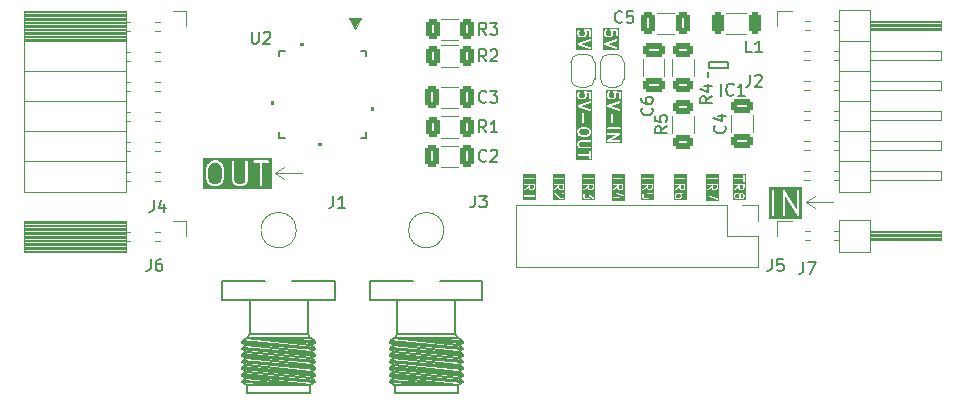
<source format=gbr>
%TF.GenerationSoftware,KiCad,Pcbnew,8.0.6*%
%TF.CreationDate,2024-11-18T23:24:10+07:00*%
%TF.ProjectId,MAX14866_PMOD,4d415831-3438-4363-965f-504d4f442e6b,rev?*%
%TF.SameCoordinates,Original*%
%TF.FileFunction,Legend,Top*%
%TF.FilePolarity,Positive*%
%FSLAX46Y46*%
G04 Gerber Fmt 4.6, Leading zero omitted, Abs format (unit mm)*
G04 Created by KiCad (PCBNEW 8.0.6) date 2024-11-18 23:24:10*
%MOMM*%
%LPD*%
G01*
G04 APERTURE LIST*
G04 Aperture macros list*
%AMRoundRect*
0 Rectangle with rounded corners*
0 $1 Rounding radius*
0 $2 $3 $4 $5 $6 $7 $8 $9 X,Y pos of 4 corners*
0 Add a 4 corners polygon primitive as box body*
4,1,4,$2,$3,$4,$5,$6,$7,$8,$9,$2,$3,0*
0 Add four circle primitives for the rounded corners*
1,1,$1+$1,$2,$3*
1,1,$1+$1,$4,$5*
1,1,$1+$1,$6,$7*
1,1,$1+$1,$8,$9*
0 Add four rect primitives between the rounded corners*
20,1,$1+$1,$2,$3,$4,$5,0*
20,1,$1+$1,$4,$5,$6,$7,0*
20,1,$1+$1,$6,$7,$8,$9,0*
20,1,$1+$1,$8,$9,$2,$3,0*%
%AMFreePoly0*
4,1,19,0.500000,-0.750000,0.000000,-0.750000,0.000000,-0.744911,-0.071157,-0.744911,-0.207708,-0.704816,-0.327430,-0.627875,-0.420627,-0.520320,-0.479746,-0.390866,-0.500000,-0.250000,-0.500000,0.250000,-0.479746,0.390866,-0.420627,0.520320,-0.327430,0.627875,-0.207708,0.704816,-0.071157,0.744911,0.000000,0.744911,0.000000,0.750000,0.500000,0.750000,0.500000,-0.750000,0.500000,-0.750000,
$1*%
%AMFreePoly1*
4,1,19,0.000000,0.744911,0.071157,0.744911,0.207708,0.704816,0.327430,0.627875,0.420627,0.520320,0.479746,0.390866,0.500000,0.250000,0.500000,-0.250000,0.479746,-0.390866,0.420627,-0.520320,0.327430,-0.627875,0.207708,-0.704816,0.071157,-0.744911,0.000000,-0.744911,0.000000,-0.750000,-0.500000,-0.750000,-0.500000,0.750000,0.000000,0.750000,0.000000,0.744911,0.000000,0.744911,
$1*%
G04 Aperture macros list end*
%ADD10C,0.150000*%
%ADD11C,0.100000*%
%ADD12C,0.200000*%
%ADD13C,0.120000*%
%ADD14C,0.152400*%
%ADD15C,0.000000*%
%ADD16FreePoly0,90.000000*%
%ADD17FreePoly1,90.000000*%
%ADD18C,2.000000*%
%ADD19R,0.700000X2.350000*%
%ADD20R,3.600000X4.875000*%
%ADD21R,3.500000X4.875000*%
%ADD22RoundRect,0.250000X-0.312500X-0.625000X0.312500X-0.625000X0.312500X0.625000X-0.312500X0.625000X0*%
%ADD23R,1.700000X1.700000*%
%ADD24O,1.700000X1.700000*%
%ADD25RoundRect,0.250000X0.625000X-0.312500X0.625000X0.312500X-0.625000X0.312500X-0.625000X-0.312500X0*%
%ADD26R,0.254000X0.812800*%
%ADD27R,0.812800X0.254000*%
%ADD28R,5.588000X5.588000*%
%ADD29RoundRect,0.250000X0.275000X0.700000X-0.275000X0.700000X-0.275000X-0.700000X0.275000X-0.700000X0*%
%ADD30RoundRect,0.250000X0.325000X0.650000X-0.325000X0.650000X-0.325000X-0.650000X0.325000X-0.650000X0*%
%ADD31R,0.300000X0.475000*%
%ADD32RoundRect,0.250000X0.650000X-0.325000X0.650000X0.325000X-0.650000X0.325000X-0.650000X-0.325000X0*%
%ADD33RoundRect,0.250000X-0.325000X-0.650000X0.325000X-0.650000X0.325000X0.650000X-0.325000X0.650000X0*%
G04 APERTURE END LIST*
D10*
G36*
X43316291Y11631873D02*
G01*
X41944069Y11631873D01*
X41944069Y11823223D01*
X42055363Y11823223D01*
X42056621Y11813327D01*
X42056621Y11803352D01*
X42058450Y11798937D01*
X42059053Y11794193D01*
X42064003Y11785529D01*
X42067820Y11776316D01*
X42071198Y11772938D01*
X42073572Y11768784D01*
X42081461Y11762675D01*
X42088512Y11755624D01*
X42092928Y11753795D01*
X42096709Y11750867D01*
X42106332Y11748243D01*
X42115548Y11744425D01*
X42123030Y11743689D01*
X42124941Y11743167D01*
X42126416Y11743355D01*
X42130180Y11742984D01*
X43130180Y11742984D01*
X43144812Y11744425D01*
X43171848Y11755624D01*
X43192540Y11776316D01*
X43203739Y11803352D01*
X43203739Y11832616D01*
X43192540Y11859652D01*
X43171848Y11880344D01*
X43144812Y11891543D01*
X43130180Y11892984D01*
X42412597Y11892984D01*
X43167391Y12324294D01*
X43170475Y12326484D01*
X43171848Y12327052D01*
X43173245Y12328450D01*
X43179380Y12332804D01*
X43185488Y12340693D01*
X43192540Y12347744D01*
X43194370Y12352163D01*
X43197297Y12355942D01*
X43199921Y12365564D01*
X43203739Y12374780D01*
X43203739Y12379561D01*
X43204997Y12384173D01*
X43203739Y12394070D01*
X43203739Y12404044D01*
X43201909Y12408460D01*
X43201307Y12413203D01*
X43196356Y12421868D01*
X43192540Y12431080D01*
X43189161Y12434459D01*
X43186788Y12438612D01*
X43178898Y12444722D01*
X43171848Y12451772D01*
X43167431Y12453602D01*
X43163651Y12456529D01*
X43154027Y12459154D01*
X43144812Y12462971D01*
X43137329Y12463708D01*
X43135419Y12464229D01*
X43133943Y12464042D01*
X43130180Y12464412D01*
X42130180Y12464412D01*
X42115548Y12462971D01*
X42088512Y12451772D01*
X42067820Y12431080D01*
X42056621Y12404044D01*
X42056621Y12374780D01*
X42067820Y12347744D01*
X42088512Y12327052D01*
X42115548Y12315853D01*
X42130180Y12314412D01*
X42847763Y12314412D01*
X42092970Y11883102D01*
X42089886Y11880914D01*
X42088512Y11880344D01*
X42087112Y11878945D01*
X42080980Y11874592D01*
X42074870Y11866703D01*
X42067820Y11859652D01*
X42065990Y11855236D01*
X42063063Y11851455D01*
X42060438Y11841832D01*
X42056621Y11832616D01*
X42056621Y11827836D01*
X42055363Y11823223D01*
X41944069Y11823223D01*
X41944069Y12880234D01*
X42056621Y12880234D01*
X42056621Y12850970D01*
X42067820Y12823934D01*
X42088512Y12803242D01*
X42115548Y12792043D01*
X42130180Y12790602D01*
X43130180Y12790602D01*
X43144812Y12792043D01*
X43171848Y12803242D01*
X43192540Y12823934D01*
X43203739Y12850970D01*
X43203739Y12880234D01*
X43192540Y12907270D01*
X43171848Y12927962D01*
X43144812Y12939161D01*
X43130180Y12940602D01*
X42130180Y12940602D01*
X42115548Y12939161D01*
X42088512Y12927962D01*
X42067820Y12907270D01*
X42056621Y12880234D01*
X41944069Y12880234D01*
X41944069Y14103697D01*
X42436133Y14103697D01*
X42436133Y13341792D01*
X42437574Y13327160D01*
X42448773Y13300124D01*
X42469465Y13279432D01*
X42496501Y13268233D01*
X42525765Y13268233D01*
X42552801Y13279432D01*
X42573493Y13300124D01*
X42584692Y13327160D01*
X42586133Y13341792D01*
X42586133Y14103697D01*
X42584692Y14118329D01*
X42573493Y14145365D01*
X42552801Y14166057D01*
X42525765Y14177256D01*
X42496501Y14177256D01*
X42469465Y14166057D01*
X42448773Y14145365D01*
X42437574Y14118329D01*
X42436133Y14103697D01*
X41944069Y14103697D01*
X41944069Y14779744D01*
X42055769Y14779744D01*
X42056435Y14770364D01*
X42055769Y14760984D01*
X42057464Y14755899D01*
X42057844Y14750554D01*
X42062048Y14742145D01*
X42065023Y14733221D01*
X42068534Y14729173D01*
X42070930Y14724381D01*
X42078034Y14718219D01*
X42084197Y14711114D01*
X42088988Y14708719D01*
X42093037Y14705207D01*
X42106463Y14699213D01*
X43106463Y14365880D01*
X43120799Y14362620D01*
X43149989Y14364695D01*
X43176163Y14377781D01*
X43195337Y14399889D01*
X43204591Y14427651D01*
X43202516Y14456841D01*
X43189429Y14483014D01*
X43167322Y14502188D01*
X43153897Y14508182D01*
X42367350Y14770364D01*
X43153897Y15032546D01*
X43167322Y15038540D01*
X43189429Y15057714D01*
X43202516Y15083887D01*
X43204591Y15113077D01*
X43195337Y15140839D01*
X43176163Y15162947D01*
X43149989Y15176033D01*
X43120799Y15178108D01*
X43106463Y15174848D01*
X42106463Y14841515D01*
X42093037Y14835521D01*
X42088988Y14832010D01*
X42084197Y14829614D01*
X42078034Y14822510D01*
X42070930Y14816347D01*
X42068534Y14811556D01*
X42065023Y14807507D01*
X42062048Y14798584D01*
X42057844Y14790174D01*
X42057464Y14784830D01*
X42055769Y14779744D01*
X41944069Y14779744D01*
X41944069Y15817983D01*
X42055180Y15817983D01*
X42055180Y15579888D01*
X42056621Y15565256D01*
X42057651Y15562768D01*
X42057843Y15560078D01*
X42063098Y15546346D01*
X42110718Y15451108D01*
X42114683Y15444810D01*
X42115440Y15442982D01*
X42117128Y15440925D01*
X42118551Y15438665D01*
X42120049Y15437366D01*
X42124767Y15431617D01*
X42172386Y15383998D01*
X42178135Y15379280D01*
X42179435Y15377781D01*
X42181694Y15376360D01*
X42183751Y15374671D01*
X42185578Y15373914D01*
X42191878Y15369949D01*
X42287116Y15322330D01*
X42300847Y15317075D01*
X42303536Y15316884D01*
X42306025Y15315853D01*
X42320657Y15314412D01*
X42558752Y15314412D01*
X42573384Y15315853D01*
X42575873Y15316885D01*
X42578561Y15317075D01*
X42592293Y15322330D01*
X42687531Y15369949D01*
X42693830Y15373914D01*
X42695658Y15374671D01*
X42697714Y15376360D01*
X42699974Y15377781D01*
X42701273Y15379280D01*
X42707023Y15383998D01*
X42754642Y15431617D01*
X42759360Y15437367D01*
X42760859Y15438666D01*
X42762280Y15440926D01*
X42763969Y15442982D01*
X42764726Y15444810D01*
X42768691Y15451109D01*
X42816310Y15546347D01*
X42821565Y15560078D01*
X42821756Y15562768D01*
X42822787Y15565256D01*
X42824228Y15579888D01*
X42824228Y15817983D01*
X42822787Y15832615D01*
X42821756Y15835104D01*
X42821565Y15837793D01*
X42816310Y15851524D01*
X42806989Y15870166D01*
X43055180Y15845347D01*
X43055180Y15437031D01*
X43056621Y15422399D01*
X43067820Y15395363D01*
X43088512Y15374671D01*
X43115548Y15363472D01*
X43144812Y15363472D01*
X43171848Y15374671D01*
X43192540Y15395363D01*
X43203739Y15422399D01*
X43205180Y15437031D01*
X43205180Y15913221D01*
X43204647Y15918633D01*
X43204830Y15920461D01*
X43204291Y15922248D01*
X43203739Y15927853D01*
X43199544Y15937980D01*
X43196377Y15948477D01*
X43193985Y15951401D01*
X43192540Y15954889D01*
X43184786Y15962643D01*
X43177846Y15971125D01*
X43174519Y15972910D01*
X43171848Y15975581D01*
X43161718Y15979777D01*
X43152059Y15984959D01*
X43146534Y15986067D01*
X43144812Y15986780D01*
X43142975Y15986780D01*
X43137643Y15987849D01*
X42661453Y16035468D01*
X42646750Y16035490D01*
X42643134Y16034399D01*
X42639359Y16034399D01*
X42629233Y16030205D01*
X42618734Y16027037D01*
X42615810Y16024646D01*
X42612322Y16023200D01*
X42604568Y16015447D01*
X42596086Y16008506D01*
X42594301Y16005180D01*
X42591630Y16002508D01*
X42587434Y15992381D01*
X42582252Y15982719D01*
X42581876Y15978960D01*
X42580431Y15975471D01*
X42580431Y15964510D01*
X42579340Y15953600D01*
X42580431Y15949985D01*
X42580431Y15946209D01*
X42584625Y15936084D01*
X42587793Y15925584D01*
X42590184Y15922661D01*
X42591630Y15919172D01*
X42600957Y15907807D01*
X42639970Y15868794D01*
X42674228Y15800278D01*
X42674228Y15597593D01*
X42639970Y15529077D01*
X42609563Y15498670D01*
X42541047Y15464412D01*
X42338362Y15464412D01*
X42269846Y15498670D01*
X42239438Y15529078D01*
X42205180Y15597595D01*
X42205180Y15800277D01*
X42239438Y15868794D01*
X42278452Y15907807D01*
X42287779Y15919172D01*
X42298978Y15946208D01*
X42298978Y15975471D01*
X42287779Y16002507D01*
X42267086Y16023200D01*
X42240050Y16034399D01*
X42210787Y16034399D01*
X42183751Y16023200D01*
X42172386Y16013873D01*
X42124767Y15966254D01*
X42120049Y15960506D01*
X42118551Y15959206D01*
X42117128Y15956947D01*
X42115440Y15954889D01*
X42114683Y15953062D01*
X42110718Y15946763D01*
X42063098Y15851525D01*
X42057843Y15837793D01*
X42057651Y15835104D01*
X42056621Y15832615D01*
X42055180Y15817983D01*
X41944069Y15817983D01*
X41944069Y16146601D01*
X43316291Y16146601D01*
X43316291Y11631873D01*
G37*
G36*
X40448979Y12797880D02*
G01*
X40520922Y12725937D01*
X40555180Y12657421D01*
X40555180Y12502355D01*
X40520922Y12433839D01*
X40448979Y12361897D01*
X40287613Y12321555D01*
X39972748Y12321555D01*
X39811381Y12361897D01*
X39739438Y12433840D01*
X39705180Y12502357D01*
X39705180Y12657420D01*
X39739438Y12725937D01*
X39811381Y12797880D01*
X39972748Y12838221D01*
X40287613Y12838221D01*
X40448979Y12797880D01*
G37*
G36*
X40816291Y10157123D02*
G01*
X39444069Y10157123D01*
X39444069Y10642139D01*
X39556621Y10642139D01*
X39556621Y10612875D01*
X39567820Y10585839D01*
X39588512Y10565147D01*
X39615548Y10553948D01*
X39630180Y10552507D01*
X40555180Y10552507D01*
X40555180Y10341793D01*
X40556621Y10327161D01*
X40567820Y10300125D01*
X40588512Y10279433D01*
X40615548Y10268234D01*
X40644812Y10268234D01*
X40671848Y10279433D01*
X40692540Y10300125D01*
X40703739Y10327161D01*
X40705180Y10341793D01*
X40705180Y10913221D01*
X40703739Y10927853D01*
X40692540Y10954889D01*
X40671848Y10975581D01*
X40644812Y10986780D01*
X40615548Y10986780D01*
X40588512Y10975581D01*
X40567820Y10954889D01*
X40556621Y10927853D01*
X40555180Y10913221D01*
X40555180Y10702507D01*
X39630180Y10702507D01*
X39615548Y10701066D01*
X39588512Y10689867D01*
X39567820Y10669175D01*
X39556621Y10642139D01*
X39444069Y10642139D01*
X39444069Y11627507D01*
X39555180Y11627507D01*
X39555180Y11437031D01*
X39556621Y11422399D01*
X39557651Y11419911D01*
X39557843Y11417221D01*
X39563098Y11403489D01*
X39610718Y11308251D01*
X39614683Y11301953D01*
X39615440Y11300125D01*
X39617128Y11298068D01*
X39618551Y11295808D01*
X39620049Y11294509D01*
X39624767Y11288760D01*
X39672386Y11241141D01*
X39678135Y11236423D01*
X39679435Y11234924D01*
X39681694Y11233503D01*
X39683751Y11231814D01*
X39685578Y11231057D01*
X39691878Y11227092D01*
X39787116Y11179473D01*
X39800847Y11174218D01*
X39803536Y11174027D01*
X39806025Y11172996D01*
X39820657Y11171555D01*
X40630180Y11171555D01*
X40644812Y11172996D01*
X40671848Y11184195D01*
X40692540Y11204887D01*
X40703739Y11231923D01*
X40703739Y11261187D01*
X40692540Y11288223D01*
X40671848Y11308915D01*
X40644812Y11320114D01*
X40630180Y11321555D01*
X39838362Y11321555D01*
X39769846Y11355813D01*
X39739438Y11386221D01*
X39705180Y11454738D01*
X39705180Y11609801D01*
X39739438Y11678318D01*
X39769846Y11708725D01*
X39838362Y11742983D01*
X40630180Y11742983D01*
X40644812Y11744424D01*
X40671848Y11755623D01*
X40692540Y11776315D01*
X40703739Y11803351D01*
X40703739Y11832615D01*
X40692540Y11859651D01*
X40671848Y11880343D01*
X40644812Y11891542D01*
X40630180Y11892983D01*
X39820657Y11892983D01*
X39806025Y11891542D01*
X39803536Y11890512D01*
X39800847Y11890320D01*
X39787116Y11885065D01*
X39691878Y11837446D01*
X39685578Y11833482D01*
X39683751Y11832724D01*
X39681694Y11831036D01*
X39679435Y11829614D01*
X39678135Y11828116D01*
X39672386Y11823397D01*
X39624767Y11775778D01*
X39620049Y11770030D01*
X39618551Y11768730D01*
X39617128Y11766471D01*
X39615440Y11764413D01*
X39614683Y11762586D01*
X39610718Y11756287D01*
X39563098Y11661049D01*
X39557843Y11647317D01*
X39557651Y11644628D01*
X39556621Y11642139D01*
X39555180Y11627507D01*
X39444069Y11627507D01*
X39444069Y12675126D01*
X39555180Y12675126D01*
X39555180Y12484650D01*
X39556621Y12470018D01*
X39557651Y12467530D01*
X39557843Y12464840D01*
X39563098Y12451108D01*
X39610718Y12355870D01*
X39614683Y12349572D01*
X39615440Y12347744D01*
X39617128Y12345687D01*
X39618551Y12343427D01*
X39620049Y12342128D01*
X39624767Y12336379D01*
X39720005Y12241141D01*
X39731370Y12231813D01*
X39736523Y12229679D01*
X39741002Y12226360D01*
X39754848Y12221413D01*
X39945324Y12173794D01*
X39947860Y12173419D01*
X39948882Y12172996D01*
X39954394Y12172454D01*
X39959868Y12171644D01*
X39960960Y12171807D01*
X39963514Y12171555D01*
X40296847Y12171555D01*
X40299400Y12171807D01*
X40300493Y12171644D01*
X40305966Y12172454D01*
X40311479Y12172996D01*
X40312500Y12173419D01*
X40315037Y12173794D01*
X40505513Y12221413D01*
X40519359Y12226360D01*
X40523840Y12229681D01*
X40528991Y12231814D01*
X40540356Y12241141D01*
X40635594Y12336379D01*
X40640314Y12342130D01*
X40641811Y12343428D01*
X40643230Y12345683D01*
X40644922Y12347744D01*
X40645680Y12349577D01*
X40649643Y12355871D01*
X40697262Y12451109D01*
X40702517Y12464840D01*
X40702708Y12467530D01*
X40703739Y12470018D01*
X40705180Y12484650D01*
X40705180Y12675126D01*
X40703739Y12689758D01*
X40702708Y12692247D01*
X40702517Y12694936D01*
X40697262Y12708667D01*
X40649643Y12803905D01*
X40645680Y12810200D01*
X40644922Y12812032D01*
X40643230Y12814094D01*
X40641811Y12816348D01*
X40640314Y12817647D01*
X40635594Y12823397D01*
X40540356Y12918635D01*
X40528991Y12927962D01*
X40523840Y12930096D01*
X40519359Y12933416D01*
X40505513Y12938363D01*
X40315037Y12985982D01*
X40312500Y12986358D01*
X40311479Y12986780D01*
X40305966Y12987323D01*
X40300493Y12988132D01*
X40299400Y12987970D01*
X40296847Y12988221D01*
X39963514Y12988221D01*
X39960960Y12987970D01*
X39959868Y12988132D01*
X39954394Y12987323D01*
X39948882Y12986780D01*
X39947860Y12986358D01*
X39945324Y12985982D01*
X39754848Y12938363D01*
X39741002Y12933416D01*
X39736523Y12930098D01*
X39731370Y12927963D01*
X39720005Y12918635D01*
X39624767Y12823397D01*
X39620049Y12817649D01*
X39618551Y12816349D01*
X39617128Y12814090D01*
X39615440Y12812032D01*
X39614683Y12810205D01*
X39610718Y12803906D01*
X39563098Y12708668D01*
X39557843Y12694936D01*
X39557651Y12692247D01*
X39556621Y12689758D01*
X39555180Y12675126D01*
X39444069Y12675126D01*
X39444069Y14103697D01*
X39936133Y14103697D01*
X39936133Y13341792D01*
X39937574Y13327160D01*
X39948773Y13300124D01*
X39969465Y13279432D01*
X39996501Y13268233D01*
X40025765Y13268233D01*
X40052801Y13279432D01*
X40073493Y13300124D01*
X40084692Y13327160D01*
X40086133Y13341792D01*
X40086133Y14103697D01*
X40084692Y14118329D01*
X40073493Y14145365D01*
X40052801Y14166057D01*
X40025765Y14177256D01*
X39996501Y14177256D01*
X39969465Y14166057D01*
X39948773Y14145365D01*
X39937574Y14118329D01*
X39936133Y14103697D01*
X39444069Y14103697D01*
X39444069Y14779744D01*
X39555769Y14779744D01*
X39556435Y14770364D01*
X39555769Y14760984D01*
X39557464Y14755899D01*
X39557844Y14750554D01*
X39562048Y14742145D01*
X39565023Y14733221D01*
X39568534Y14729173D01*
X39570930Y14724381D01*
X39578034Y14718219D01*
X39584197Y14711114D01*
X39588988Y14708719D01*
X39593037Y14705207D01*
X39606463Y14699213D01*
X40606463Y14365880D01*
X40620799Y14362620D01*
X40649989Y14364695D01*
X40676163Y14377781D01*
X40695337Y14399889D01*
X40704591Y14427651D01*
X40702516Y14456841D01*
X40689429Y14483014D01*
X40667322Y14502188D01*
X40653897Y14508182D01*
X39867350Y14770364D01*
X40653897Y15032546D01*
X40667322Y15038540D01*
X40689429Y15057714D01*
X40702516Y15083887D01*
X40704591Y15113077D01*
X40695337Y15140839D01*
X40676163Y15162947D01*
X40649989Y15176033D01*
X40620799Y15178108D01*
X40606463Y15174848D01*
X39606463Y14841515D01*
X39593037Y14835521D01*
X39588988Y14832010D01*
X39584197Y14829614D01*
X39578034Y14822510D01*
X39570930Y14816347D01*
X39568534Y14811556D01*
X39565023Y14807507D01*
X39562048Y14798584D01*
X39557844Y14790174D01*
X39557464Y14784830D01*
X39555769Y14779744D01*
X39444069Y14779744D01*
X39444069Y15817983D01*
X39555180Y15817983D01*
X39555180Y15579888D01*
X39556621Y15565256D01*
X39557651Y15562768D01*
X39557843Y15560078D01*
X39563098Y15546346D01*
X39610718Y15451108D01*
X39614683Y15444810D01*
X39615440Y15442982D01*
X39617128Y15440925D01*
X39618551Y15438665D01*
X39620049Y15437366D01*
X39624767Y15431617D01*
X39672386Y15383998D01*
X39678135Y15379280D01*
X39679435Y15377781D01*
X39681694Y15376360D01*
X39683751Y15374671D01*
X39685578Y15373914D01*
X39691878Y15369949D01*
X39787116Y15322330D01*
X39800847Y15317075D01*
X39803536Y15316884D01*
X39806025Y15315853D01*
X39820657Y15314412D01*
X40058752Y15314412D01*
X40073384Y15315853D01*
X40075873Y15316885D01*
X40078561Y15317075D01*
X40092293Y15322330D01*
X40187531Y15369949D01*
X40193830Y15373914D01*
X40195658Y15374671D01*
X40197714Y15376360D01*
X40199974Y15377781D01*
X40201273Y15379280D01*
X40207023Y15383998D01*
X40254642Y15431617D01*
X40259360Y15437367D01*
X40260859Y15438666D01*
X40262280Y15440926D01*
X40263969Y15442982D01*
X40264726Y15444810D01*
X40268691Y15451109D01*
X40316310Y15546347D01*
X40321565Y15560078D01*
X40321756Y15562768D01*
X40322787Y15565256D01*
X40324228Y15579888D01*
X40324228Y15817983D01*
X40322787Y15832615D01*
X40321756Y15835104D01*
X40321565Y15837793D01*
X40316310Y15851524D01*
X40306989Y15870166D01*
X40555180Y15845347D01*
X40555180Y15437031D01*
X40556621Y15422399D01*
X40567820Y15395363D01*
X40588512Y15374671D01*
X40615548Y15363472D01*
X40644812Y15363472D01*
X40671848Y15374671D01*
X40692540Y15395363D01*
X40703739Y15422399D01*
X40705180Y15437031D01*
X40705180Y15913221D01*
X40704647Y15918633D01*
X40704830Y15920461D01*
X40704291Y15922248D01*
X40703739Y15927853D01*
X40699544Y15937980D01*
X40696377Y15948477D01*
X40693985Y15951401D01*
X40692540Y15954889D01*
X40684786Y15962643D01*
X40677846Y15971125D01*
X40674519Y15972910D01*
X40671848Y15975581D01*
X40661718Y15979777D01*
X40652059Y15984959D01*
X40646534Y15986067D01*
X40644812Y15986780D01*
X40642975Y15986780D01*
X40637643Y15987849D01*
X40161453Y16035468D01*
X40146750Y16035490D01*
X40143134Y16034399D01*
X40139359Y16034399D01*
X40129233Y16030205D01*
X40118734Y16027037D01*
X40115810Y16024646D01*
X40112322Y16023200D01*
X40104568Y16015447D01*
X40096086Y16008506D01*
X40094301Y16005180D01*
X40091630Y16002508D01*
X40087434Y15992381D01*
X40082252Y15982719D01*
X40081876Y15978960D01*
X40080431Y15975471D01*
X40080431Y15964510D01*
X40079340Y15953600D01*
X40080431Y15949985D01*
X40080431Y15946209D01*
X40084625Y15936084D01*
X40087793Y15925584D01*
X40090184Y15922661D01*
X40091630Y15919172D01*
X40100957Y15907807D01*
X40139970Y15868794D01*
X40174228Y15800278D01*
X40174228Y15597593D01*
X40139970Y15529077D01*
X40109563Y15498670D01*
X40041047Y15464412D01*
X39838362Y15464412D01*
X39769846Y15498670D01*
X39739438Y15529078D01*
X39705180Y15597595D01*
X39705180Y15800277D01*
X39739438Y15868794D01*
X39778452Y15907807D01*
X39787779Y15919172D01*
X39798978Y15946208D01*
X39798978Y15975471D01*
X39787779Y16002507D01*
X39767086Y16023200D01*
X39740050Y16034399D01*
X39710787Y16034399D01*
X39683751Y16023200D01*
X39672386Y16013873D01*
X39624767Y15966254D01*
X39620049Y15960506D01*
X39618551Y15959206D01*
X39617128Y15956947D01*
X39615440Y15954889D01*
X39614683Y15953062D01*
X39610718Y15946763D01*
X39563098Y15851525D01*
X39557843Y15837793D01*
X39557651Y15835104D01*
X39556621Y15832615D01*
X39555180Y15817983D01*
X39444069Y15817983D01*
X39444069Y16146601D01*
X40816291Y16146601D01*
X40816291Y10157123D01*
G37*
G36*
X43066291Y19501509D02*
G01*
X41694069Y19501509D01*
X41694069Y20029744D01*
X41805769Y20029744D01*
X41806435Y20020364D01*
X41805769Y20010984D01*
X41807464Y20005899D01*
X41807844Y20000554D01*
X41812048Y19992145D01*
X41815023Y19983221D01*
X41818534Y19979173D01*
X41820930Y19974381D01*
X41828034Y19968219D01*
X41834197Y19961114D01*
X41838988Y19958719D01*
X41843037Y19955207D01*
X41856463Y19949213D01*
X42856463Y19615880D01*
X42870799Y19612620D01*
X42899989Y19614695D01*
X42926163Y19627781D01*
X42945337Y19649889D01*
X42954591Y19677651D01*
X42952516Y19706841D01*
X42939429Y19733014D01*
X42917322Y19752188D01*
X42903897Y19758182D01*
X42117350Y20020364D01*
X42903897Y20282546D01*
X42917322Y20288540D01*
X42939429Y20307714D01*
X42952516Y20333887D01*
X42954591Y20363077D01*
X42945337Y20390839D01*
X42926163Y20412947D01*
X42899989Y20426033D01*
X42870799Y20428108D01*
X42856463Y20424848D01*
X41856463Y20091515D01*
X41843037Y20085521D01*
X41838988Y20082010D01*
X41834197Y20079614D01*
X41828034Y20072510D01*
X41820930Y20066347D01*
X41818534Y20061556D01*
X41815023Y20057507D01*
X41812048Y20048584D01*
X41807844Y20040174D01*
X41807464Y20034830D01*
X41805769Y20029744D01*
X41694069Y20029744D01*
X41694069Y21067983D01*
X41805180Y21067983D01*
X41805180Y20829888D01*
X41806621Y20815256D01*
X41807651Y20812768D01*
X41807843Y20810078D01*
X41813098Y20796346D01*
X41860718Y20701108D01*
X41864683Y20694810D01*
X41865440Y20692982D01*
X41867128Y20690925D01*
X41868551Y20688665D01*
X41870049Y20687366D01*
X41874767Y20681617D01*
X41922386Y20633998D01*
X41928135Y20629280D01*
X41929435Y20627781D01*
X41931694Y20626360D01*
X41933751Y20624671D01*
X41935578Y20623914D01*
X41941878Y20619949D01*
X42037116Y20572330D01*
X42050847Y20567075D01*
X42053536Y20566884D01*
X42056025Y20565853D01*
X42070657Y20564412D01*
X42308752Y20564412D01*
X42323384Y20565853D01*
X42325873Y20566885D01*
X42328561Y20567075D01*
X42342293Y20572330D01*
X42437531Y20619949D01*
X42443830Y20623914D01*
X42445658Y20624671D01*
X42447714Y20626360D01*
X42449974Y20627781D01*
X42451273Y20629280D01*
X42457023Y20633998D01*
X42504642Y20681617D01*
X42509360Y20687367D01*
X42510859Y20688666D01*
X42512280Y20690926D01*
X42513969Y20692982D01*
X42514726Y20694810D01*
X42518691Y20701109D01*
X42566310Y20796347D01*
X42571565Y20810078D01*
X42571756Y20812768D01*
X42572787Y20815256D01*
X42574228Y20829888D01*
X42574228Y21067983D01*
X42572787Y21082615D01*
X42571756Y21085104D01*
X42571565Y21087793D01*
X42566310Y21101524D01*
X42556989Y21120166D01*
X42805180Y21095347D01*
X42805180Y20687031D01*
X42806621Y20672399D01*
X42817820Y20645363D01*
X42838512Y20624671D01*
X42865548Y20613472D01*
X42894812Y20613472D01*
X42921848Y20624671D01*
X42942540Y20645363D01*
X42953739Y20672399D01*
X42955180Y20687031D01*
X42955180Y21163221D01*
X42954647Y21168633D01*
X42954830Y21170461D01*
X42954291Y21172248D01*
X42953739Y21177853D01*
X42949544Y21187980D01*
X42946377Y21198477D01*
X42943985Y21201401D01*
X42942540Y21204889D01*
X42934786Y21212643D01*
X42927846Y21221125D01*
X42924519Y21222910D01*
X42921848Y21225581D01*
X42911718Y21229777D01*
X42902059Y21234959D01*
X42896534Y21236067D01*
X42894812Y21236780D01*
X42892975Y21236780D01*
X42887643Y21237849D01*
X42411453Y21285468D01*
X42396750Y21285490D01*
X42393134Y21284399D01*
X42389359Y21284399D01*
X42379233Y21280205D01*
X42368734Y21277037D01*
X42365810Y21274646D01*
X42362322Y21273200D01*
X42354568Y21265447D01*
X42346086Y21258506D01*
X42344301Y21255180D01*
X42341630Y21252508D01*
X42337434Y21242381D01*
X42332252Y21232719D01*
X42331876Y21228960D01*
X42330431Y21225471D01*
X42330431Y21214510D01*
X42329340Y21203600D01*
X42330431Y21199985D01*
X42330431Y21196209D01*
X42334625Y21186084D01*
X42337793Y21175584D01*
X42340184Y21172661D01*
X42341630Y21169172D01*
X42350957Y21157807D01*
X42389970Y21118794D01*
X42424228Y21050278D01*
X42424228Y20847593D01*
X42389970Y20779077D01*
X42359563Y20748670D01*
X42291047Y20714412D01*
X42088362Y20714412D01*
X42019846Y20748670D01*
X41989438Y20779078D01*
X41955180Y20847595D01*
X41955180Y21050277D01*
X41989438Y21118794D01*
X42028452Y21157807D01*
X42037779Y21169172D01*
X42048978Y21196208D01*
X42048978Y21225471D01*
X42037779Y21252507D01*
X42017086Y21273200D01*
X41990050Y21284399D01*
X41960787Y21284399D01*
X41933751Y21273200D01*
X41922386Y21263873D01*
X41874767Y21216254D01*
X41870049Y21210506D01*
X41868551Y21209206D01*
X41867128Y21206947D01*
X41865440Y21204889D01*
X41864683Y21203062D01*
X41860718Y21196763D01*
X41813098Y21101525D01*
X41807843Y21087793D01*
X41807651Y21085104D01*
X41806621Y21082615D01*
X41805180Y21067983D01*
X41694069Y21067983D01*
X41694069Y21396601D01*
X43066291Y21396601D01*
X43066291Y19501509D01*
G37*
G36*
X40816291Y19501509D02*
G01*
X39444069Y19501509D01*
X39444069Y20029744D01*
X39555769Y20029744D01*
X39556435Y20020364D01*
X39555769Y20010984D01*
X39557464Y20005899D01*
X39557844Y20000554D01*
X39562048Y19992145D01*
X39565023Y19983221D01*
X39568534Y19979173D01*
X39570930Y19974381D01*
X39578034Y19968219D01*
X39584197Y19961114D01*
X39588988Y19958719D01*
X39593037Y19955207D01*
X39606463Y19949213D01*
X40606463Y19615880D01*
X40620799Y19612620D01*
X40649989Y19614695D01*
X40676163Y19627781D01*
X40695337Y19649889D01*
X40704591Y19677651D01*
X40702516Y19706841D01*
X40689429Y19733014D01*
X40667322Y19752188D01*
X40653897Y19758182D01*
X39867350Y20020364D01*
X40653897Y20282546D01*
X40667322Y20288540D01*
X40689429Y20307714D01*
X40702516Y20333887D01*
X40704591Y20363077D01*
X40695337Y20390839D01*
X40676163Y20412947D01*
X40649989Y20426033D01*
X40620799Y20428108D01*
X40606463Y20424848D01*
X39606463Y20091515D01*
X39593037Y20085521D01*
X39588988Y20082010D01*
X39584197Y20079614D01*
X39578034Y20072510D01*
X39570930Y20066347D01*
X39568534Y20061556D01*
X39565023Y20057507D01*
X39562048Y20048584D01*
X39557844Y20040174D01*
X39557464Y20034830D01*
X39555769Y20029744D01*
X39444069Y20029744D01*
X39444069Y21067983D01*
X39555180Y21067983D01*
X39555180Y20829888D01*
X39556621Y20815256D01*
X39557651Y20812768D01*
X39557843Y20810078D01*
X39563098Y20796346D01*
X39610718Y20701108D01*
X39614683Y20694810D01*
X39615440Y20692982D01*
X39617128Y20690925D01*
X39618551Y20688665D01*
X39620049Y20687366D01*
X39624767Y20681617D01*
X39672386Y20633998D01*
X39678135Y20629280D01*
X39679435Y20627781D01*
X39681694Y20626360D01*
X39683751Y20624671D01*
X39685578Y20623914D01*
X39691878Y20619949D01*
X39787116Y20572330D01*
X39800847Y20567075D01*
X39803536Y20566884D01*
X39806025Y20565853D01*
X39820657Y20564412D01*
X40058752Y20564412D01*
X40073384Y20565853D01*
X40075873Y20566885D01*
X40078561Y20567075D01*
X40092293Y20572330D01*
X40187531Y20619949D01*
X40193830Y20623914D01*
X40195658Y20624671D01*
X40197714Y20626360D01*
X40199974Y20627781D01*
X40201273Y20629280D01*
X40207023Y20633998D01*
X40254642Y20681617D01*
X40259360Y20687367D01*
X40260859Y20688666D01*
X40262280Y20690926D01*
X40263969Y20692982D01*
X40264726Y20694810D01*
X40268691Y20701109D01*
X40316310Y20796347D01*
X40321565Y20810078D01*
X40321756Y20812768D01*
X40322787Y20815256D01*
X40324228Y20829888D01*
X40324228Y21067983D01*
X40322787Y21082615D01*
X40321756Y21085104D01*
X40321565Y21087793D01*
X40316310Y21101524D01*
X40306989Y21120166D01*
X40555180Y21095347D01*
X40555180Y20687031D01*
X40556621Y20672399D01*
X40567820Y20645363D01*
X40588512Y20624671D01*
X40615548Y20613472D01*
X40644812Y20613472D01*
X40671848Y20624671D01*
X40692540Y20645363D01*
X40703739Y20672399D01*
X40705180Y20687031D01*
X40705180Y21163221D01*
X40704647Y21168633D01*
X40704830Y21170461D01*
X40704291Y21172248D01*
X40703739Y21177853D01*
X40699544Y21187980D01*
X40696377Y21198477D01*
X40693985Y21201401D01*
X40692540Y21204889D01*
X40684786Y21212643D01*
X40677846Y21221125D01*
X40674519Y21222910D01*
X40671848Y21225581D01*
X40661718Y21229777D01*
X40652059Y21234959D01*
X40646534Y21236067D01*
X40644812Y21236780D01*
X40642975Y21236780D01*
X40637643Y21237849D01*
X40161453Y21285468D01*
X40146750Y21285490D01*
X40143134Y21284399D01*
X40139359Y21284399D01*
X40129233Y21280205D01*
X40118734Y21277037D01*
X40115810Y21274646D01*
X40112322Y21273200D01*
X40104568Y21265447D01*
X40096086Y21258506D01*
X40094301Y21255180D01*
X40091630Y21252508D01*
X40087434Y21242381D01*
X40082252Y21232719D01*
X40081876Y21228960D01*
X40080431Y21225471D01*
X40080431Y21214510D01*
X40079340Y21203600D01*
X40080431Y21199985D01*
X40080431Y21196209D01*
X40084625Y21186084D01*
X40087793Y21175584D01*
X40090184Y21172661D01*
X40091630Y21169172D01*
X40100957Y21157807D01*
X40139970Y21118794D01*
X40174228Y21050278D01*
X40174228Y20847593D01*
X40139970Y20779077D01*
X40109563Y20748670D01*
X40041047Y20714412D01*
X39838362Y20714412D01*
X39769846Y20748670D01*
X39739438Y20779078D01*
X39705180Y20847595D01*
X39705180Y21050277D01*
X39739438Y21118794D01*
X39778452Y21157807D01*
X39787779Y21169172D01*
X39798978Y21196208D01*
X39798978Y21225471D01*
X39787779Y21252507D01*
X39767086Y21273200D01*
X39740050Y21284399D01*
X39710787Y21284399D01*
X39683751Y21273200D01*
X39672386Y21263873D01*
X39624767Y21216254D01*
X39620049Y21210506D01*
X39618551Y21209206D01*
X39617128Y21206947D01*
X39615440Y21204889D01*
X39614683Y21203062D01*
X39610718Y21196763D01*
X39563098Y21101525D01*
X39557843Y21087793D01*
X39557651Y21085104D01*
X39556621Y21082615D01*
X39555180Y21067983D01*
X39444069Y21067983D01*
X39444069Y21396601D01*
X40816291Y21396601D01*
X40816291Y19501509D01*
G37*
D11*
X20750000Y21250000D02*
X20250000Y22250000D01*
X21250000Y22250000D01*
X20750000Y21250000D01*
G36*
X20750000Y21250000D02*
G01*
X20250000Y22250000D01*
X21250000Y22250000D01*
X20750000Y21250000D01*
G37*
X58925000Y6650000D02*
X59675000Y7150000D01*
X13975000Y9100000D02*
X14725000Y8600000D01*
X13975000Y9100000D02*
X14725000Y9600000D01*
X16225000Y9100000D02*
X13975000Y9100000D01*
X58925000Y6650000D02*
X59675000Y6150000D01*
X61175000Y6650000D02*
X58925000Y6650000D01*
D12*
G36*
X9200912Y9877739D02*
G01*
X9360328Y9718324D01*
X9445863Y9376187D01*
X9445863Y8734139D01*
X9360328Y8392002D01*
X9200913Y8232586D01*
X9046066Y8155162D01*
X8712328Y8155162D01*
X8557480Y8232586D01*
X8398064Y8392002D01*
X8312530Y8734139D01*
X8312530Y9376186D01*
X8398064Y9718323D01*
X8557479Y9877738D01*
X8712328Y9955162D01*
X9046066Y9955162D01*
X9200912Y9877739D01*
G37*
G36*
X13675688Y7732940D02*
G01*
X7890308Y7732940D01*
X7890308Y9388496D01*
X8112530Y9388496D01*
X8112530Y8721829D01*
X8112865Y8718427D01*
X8112648Y8716968D01*
X8113727Y8709671D01*
X8114451Y8702320D01*
X8115015Y8700957D01*
X8115516Y8697575D01*
X8210754Y8316624D01*
X8217349Y8298163D01*
X8221775Y8292189D01*
X8224621Y8285320D01*
X8237057Y8270167D01*
X8427533Y8079690D01*
X8435199Y8073398D01*
X8436932Y8071400D01*
X8439940Y8069507D01*
X8442686Y8067253D01*
X8445126Y8066243D01*
X8453523Y8060957D01*
X8643999Y7965719D01*
X8662307Y7958713D01*
X8665890Y7958459D01*
X8669211Y7957083D01*
X8688720Y7955162D01*
X9069673Y7955162D01*
X9089182Y7957083D01*
X9092502Y7958459D01*
X9096086Y7958713D01*
X9114394Y7965719D01*
X9304871Y8060957D01*
X9313268Y8066243D01*
X9315707Y8067253D01*
X9318451Y8069506D01*
X9321461Y8071400D01*
X9323193Y8073398D01*
X9330860Y8079690D01*
X9521336Y8270166D01*
X9533772Y8285320D01*
X9536616Y8292188D01*
X9541044Y8298163D01*
X9547639Y8316623D01*
X9642877Y8697575D01*
X9643377Y8700957D01*
X9643942Y8702320D01*
X9644665Y8709671D01*
X9645745Y8716968D01*
X9645527Y8718427D01*
X9645863Y8721829D01*
X9645863Y9388496D01*
X9645527Y9391899D01*
X9645745Y9393357D01*
X9644665Y9400655D01*
X9643942Y9408005D01*
X9643377Y9409369D01*
X9642877Y9412750D01*
X9547639Y9793702D01*
X9541044Y9812162D01*
X9536617Y9818137D01*
X9533772Y9825005D01*
X9521336Y9840158D01*
X9330860Y10030635D01*
X9323193Y10036927D01*
X9321461Y10038924D01*
X9318449Y10040820D01*
X9315706Y10043071D01*
X9313269Y10044081D01*
X9304871Y10049367D01*
X9293281Y10055162D01*
X10303006Y10055162D01*
X10303006Y8436115D01*
X10304927Y8416606D01*
X10306302Y8413286D01*
X10306557Y8409702D01*
X10313563Y8391394D01*
X10408801Y8200917D01*
X10414085Y8192523D01*
X10415096Y8190082D01*
X10417350Y8187336D01*
X10419244Y8184327D01*
X10421240Y8182596D01*
X10427533Y8174929D01*
X10522771Y8079689D01*
X10530439Y8073396D01*
X10532170Y8071400D01*
X10535177Y8069507D01*
X10537924Y8067253D01*
X10540364Y8066243D01*
X10548761Y8060957D01*
X10739237Y7965719D01*
X10757545Y7958713D01*
X10761128Y7958459D01*
X10764449Y7957083D01*
X10783958Y7955162D01*
X11164911Y7955162D01*
X11184420Y7957083D01*
X11187740Y7958459D01*
X11191324Y7958713D01*
X11209632Y7965719D01*
X11400109Y8060957D01*
X11408506Y8066243D01*
X11410945Y8067253D01*
X11413689Y8069506D01*
X11416699Y8071400D01*
X11418431Y8073398D01*
X11426098Y8079690D01*
X11521336Y8174929D01*
X11527628Y8182596D01*
X11529625Y8184327D01*
X11531518Y8187335D01*
X11533773Y8190082D01*
X11534784Y8192524D01*
X11540068Y8200918D01*
X11635306Y8391394D01*
X11642312Y8409702D01*
X11642566Y8413286D01*
X11643942Y8416606D01*
X11645863Y8436115D01*
X11645863Y10055162D01*
X11643942Y10074671D01*
X12114451Y10074671D01*
X12114451Y10035653D01*
X12129383Y9999605D01*
X12156973Y9972015D01*
X12193021Y9957083D01*
X12212530Y9955162D01*
X12683958Y9955162D01*
X12683958Y8055162D01*
X12685879Y8035653D01*
X12700811Y7999605D01*
X12728401Y7972015D01*
X12764449Y7957083D01*
X12803467Y7957083D01*
X12839515Y7972015D01*
X12867105Y7999605D01*
X12882037Y8035653D01*
X12883958Y8055162D01*
X12883958Y9955162D01*
X13355387Y9955162D01*
X13374896Y9957083D01*
X13410944Y9972015D01*
X13438534Y9999605D01*
X13453466Y10035653D01*
X13453466Y10074671D01*
X13438534Y10110719D01*
X13410944Y10138309D01*
X13374896Y10153241D01*
X13355387Y10155162D01*
X12212530Y10155162D01*
X12193021Y10153241D01*
X12156973Y10138309D01*
X12129383Y10110719D01*
X12114451Y10074671D01*
X11643942Y10074671D01*
X11629010Y10110719D01*
X11601420Y10138309D01*
X11565372Y10153241D01*
X11526354Y10153241D01*
X11490306Y10138309D01*
X11462716Y10110719D01*
X11447784Y10074671D01*
X11445863Y10055162D01*
X11445863Y8459723D01*
X11368439Y8304876D01*
X11296151Y8232586D01*
X11141304Y8155162D01*
X10807566Y8155162D01*
X10652717Y8232586D01*
X10580430Y8304874D01*
X10503006Y8459722D01*
X10503006Y10055162D01*
X10501085Y10074671D01*
X10486153Y10110719D01*
X10458563Y10138309D01*
X10422515Y10153241D01*
X10383497Y10153241D01*
X10347449Y10138309D01*
X10319859Y10110719D01*
X10304927Y10074671D01*
X10303006Y10055162D01*
X9293281Y10055162D01*
X9114394Y10144605D01*
X9096086Y10151611D01*
X9092502Y10151866D01*
X9089182Y10153241D01*
X9069673Y10155162D01*
X8688720Y10155162D01*
X8669211Y10153241D01*
X8665890Y10151866D01*
X8662307Y10151611D01*
X8643999Y10144605D01*
X8453523Y10049367D01*
X8445124Y10044081D01*
X8442687Y10043071D01*
X8439944Y10040820D01*
X8436932Y10038924D01*
X8435198Y10036926D01*
X8427534Y10030635D01*
X8237057Y9840159D01*
X8224621Y9825005D01*
X8221775Y9818137D01*
X8217349Y9812162D01*
X8210754Y9793701D01*
X8115516Y9412750D01*
X8115015Y9409369D01*
X8114451Y9408005D01*
X8113727Y9400655D01*
X8112648Y9393357D01*
X8112865Y9391899D01*
X8112530Y9388496D01*
X7890308Y9388496D01*
X7890308Y10377384D01*
X13675688Y10377384D01*
X13675688Y7732940D01*
G37*
D11*
G36*
X48242534Y7293119D02*
G01*
X48269154Y7266498D01*
X48298342Y7208123D01*
X48298342Y7079348D01*
X48269155Y7020974D01*
X48242535Y6994353D01*
X48184159Y6965164D01*
X48017288Y6965164D01*
X47958913Y6994352D01*
X47932292Y7020972D01*
X47903104Y7079349D01*
X47903104Y7208123D01*
X47932293Y7266500D01*
X47958913Y7293120D01*
X48017288Y7322307D01*
X48184158Y7322307D01*
X48242534Y7293119D01*
G37*
G36*
X48603104Y7841252D02*
G01*
X48573916Y7782878D01*
X48547296Y7756257D01*
X48488920Y7727068D01*
X48398241Y7727068D01*
X48339865Y7756257D01*
X48313244Y7782877D01*
X48284057Y7841252D01*
X48284057Y8084211D01*
X48603104Y8084211D01*
X48603104Y7841252D01*
G37*
G36*
X48791993Y6776275D02*
G01*
X47714215Y6776275D01*
X47714215Y7219926D01*
X47803104Y7219926D01*
X47803104Y7067545D01*
X47803592Y7065089D01*
X47803230Y7064000D01*
X47805346Y7056273D01*
X47806910Y7048411D01*
X47807721Y7047600D01*
X47808383Y7045184D01*
X47846479Y6968993D01*
X47851392Y6962662D01*
X47855845Y6955999D01*
X47893939Y6917904D01*
X47900605Y6913450D01*
X47906934Y6908538D01*
X47983124Y6870443D01*
X47985539Y6869782D01*
X47986351Y6868970D01*
X47994212Y6867407D01*
X48001940Y6865290D01*
X48003028Y6865653D01*
X48005485Y6865164D01*
X48195961Y6865164D01*
X48198417Y6865653D01*
X48199505Y6865290D01*
X48207229Y6867406D01*
X48215095Y6868970D01*
X48215906Y6869782D01*
X48218321Y6870443D01*
X48294513Y6908538D01*
X48300844Y6913452D01*
X48307507Y6917904D01*
X48345602Y6955998D01*
X48350061Y6962673D01*
X48354968Y6968994D01*
X48393064Y7045185D01*
X48393725Y7047601D01*
X48394536Y7048411D01*
X48396099Y7056272D01*
X48398216Y7064001D01*
X48397853Y7065089D01*
X48398342Y7067545D01*
X48398342Y7219926D01*
X48397853Y7222383D01*
X48398216Y7223471D01*
X48396099Y7231199D01*
X48394536Y7239060D01*
X48393724Y7239872D01*
X48393063Y7242287D01*
X48360047Y7308318D01*
X48442097Y7287805D01*
X48545059Y7219166D01*
X48573917Y7190307D01*
X48603104Y7131933D01*
X48603104Y6991354D01*
X48606910Y6972220D01*
X48633970Y6945160D01*
X48672238Y6945160D01*
X48699298Y6972220D01*
X48703104Y6991354D01*
X48703104Y7143735D01*
X48702615Y7146192D01*
X48702978Y7147279D01*
X48700861Y7155009D01*
X48699298Y7162869D01*
X48698487Y7163680D01*
X48697826Y7166095D01*
X48659730Y7242286D01*
X48654823Y7248608D01*
X48650364Y7255282D01*
X48612269Y7293376D01*
X48608155Y7296125D01*
X48604649Y7299624D01*
X48490363Y7375814D01*
X48482473Y7379072D01*
X48474755Y7382718D01*
X48322374Y7420814D01*
X48316256Y7421112D01*
X48310247Y7422307D01*
X48005485Y7422307D01*
X48003027Y7421819D01*
X48001939Y7422181D01*
X47994209Y7420065D01*
X47986351Y7418501D01*
X47985539Y7417690D01*
X47983123Y7417028D01*
X47906934Y7378932D01*
X47900605Y7374021D01*
X47893939Y7369566D01*
X47855845Y7331471D01*
X47851392Y7324809D01*
X47846479Y7318477D01*
X47808383Y7242287D01*
X47807721Y7239872D01*
X47806910Y7239060D01*
X47805346Y7231199D01*
X47803230Y7223471D01*
X47803592Y7222383D01*
X47803104Y7219926D01*
X47714215Y7219926D01*
X47714215Y7666253D01*
X47804288Y7666253D01*
X47826233Y7634902D01*
X47863919Y7628252D01*
X47881777Y7636106D01*
X48184057Y7847702D01*
X48184057Y7829449D01*
X48184545Y7826993D01*
X48184183Y7825904D01*
X48186299Y7818177D01*
X48187863Y7810315D01*
X48188674Y7809504D01*
X48189336Y7807088D01*
X48227431Y7730898D01*
X48232346Y7724564D01*
X48236797Y7717904D01*
X48274891Y7679809D01*
X48281557Y7675355D01*
X48287886Y7670443D01*
X48364077Y7632347D01*
X48366492Y7631686D01*
X48367304Y7630874D01*
X48375165Y7629311D01*
X48382893Y7627194D01*
X48383981Y7627557D01*
X48386438Y7627068D01*
X48500723Y7627068D01*
X48503179Y7627557D01*
X48504268Y7627194D01*
X48511995Y7629311D01*
X48519857Y7630874D01*
X48520668Y7631686D01*
X48523084Y7632347D01*
X48599275Y7670443D01*
X48605606Y7675357D01*
X48612269Y7679809D01*
X48650364Y7717903D01*
X48654818Y7724570D01*
X48659730Y7730898D01*
X48697825Y7807088D01*
X48698486Y7809504D01*
X48699298Y7810315D01*
X48700861Y7818177D01*
X48702978Y7825904D01*
X48702615Y7826993D01*
X48703104Y7829449D01*
X48703104Y8134211D01*
X48699298Y8153345D01*
X48672238Y8180405D01*
X48653104Y8184211D01*
X47853104Y8184211D01*
X47833970Y8180405D01*
X47806910Y8153345D01*
X47806910Y8115077D01*
X47833970Y8088017D01*
X47853104Y8084211D01*
X48184057Y8084211D01*
X48184057Y7969768D01*
X47824431Y7718030D01*
X47810938Y7703939D01*
X47804288Y7666253D01*
X47714215Y7666253D01*
X47714215Y8648584D01*
X47806910Y8648584D01*
X47806910Y8610316D01*
X47833970Y8583256D01*
X47853104Y8579450D01*
X48603104Y8579450D01*
X48603104Y8400878D01*
X48606910Y8381744D01*
X48633970Y8354684D01*
X48672238Y8354684D01*
X48699298Y8381744D01*
X48703104Y8400878D01*
X48703104Y8858021D01*
X48699298Y8877155D01*
X48672238Y8904215D01*
X48633970Y8904215D01*
X48606910Y8877155D01*
X48603104Y8858021D01*
X48603104Y8679450D01*
X47853104Y8679450D01*
X47833970Y8675644D01*
X47806910Y8648584D01*
X47714215Y8648584D01*
X47714215Y8993104D01*
X48791993Y8993104D01*
X48791993Y6776275D01*
G37*
G36*
X43353104Y7841252D02*
G01*
X43323916Y7782878D01*
X43297296Y7756257D01*
X43238920Y7727068D01*
X43148241Y7727068D01*
X43089865Y7756257D01*
X43063244Y7782877D01*
X43034057Y7841252D01*
X43034057Y8084211D01*
X43353104Y8084211D01*
X43353104Y7841252D01*
G37*
G36*
X43579963Y6741985D02*
G01*
X42465399Y6741985D01*
X42465399Y7010488D01*
X42556910Y7010488D01*
X42556910Y6972220D01*
X42583970Y6945160D01*
X42603104Y6941354D01*
X42819771Y6941354D01*
X42819771Y6877068D01*
X42823577Y6857934D01*
X42850637Y6830874D01*
X42888905Y6830874D01*
X42915965Y6857934D01*
X42919771Y6877068D01*
X42919771Y6941354D01*
X43136438Y6941354D01*
X43155572Y6945160D01*
X43182632Y6972220D01*
X43182632Y7010488D01*
X43155572Y7037548D01*
X43136438Y7041354D01*
X42919771Y7041354D01*
X42919771Y7302936D01*
X43425388Y7134396D01*
X43444744Y7131956D01*
X43478972Y7149070D01*
X43491074Y7185374D01*
X43473960Y7219603D01*
X43457011Y7229264D01*
X42885582Y7419741D01*
X42866227Y7422181D01*
X42858867Y7418501D01*
X42850637Y7418501D01*
X42842407Y7410272D01*
X42831998Y7405067D01*
X42829395Y7397260D01*
X42823577Y7391441D01*
X42819771Y7372307D01*
X42819771Y7041354D01*
X42603104Y7041354D01*
X42583970Y7037548D01*
X42556910Y7010488D01*
X42465399Y7010488D01*
X42465399Y7666253D01*
X42554288Y7666253D01*
X42576233Y7634902D01*
X42613919Y7628252D01*
X42631777Y7636106D01*
X42934057Y7847702D01*
X42934057Y7829449D01*
X42934545Y7826993D01*
X42934183Y7825904D01*
X42936299Y7818177D01*
X42937863Y7810315D01*
X42938674Y7809504D01*
X42939336Y7807088D01*
X42977431Y7730898D01*
X42982346Y7724564D01*
X42986797Y7717904D01*
X43024891Y7679809D01*
X43031557Y7675355D01*
X43037886Y7670443D01*
X43114077Y7632347D01*
X43116492Y7631686D01*
X43117304Y7630874D01*
X43125165Y7629311D01*
X43132893Y7627194D01*
X43133981Y7627557D01*
X43136438Y7627068D01*
X43250723Y7627068D01*
X43253179Y7627557D01*
X43254268Y7627194D01*
X43261995Y7629311D01*
X43269857Y7630874D01*
X43270668Y7631686D01*
X43273084Y7632347D01*
X43349275Y7670443D01*
X43355606Y7675357D01*
X43362269Y7679809D01*
X43400364Y7717903D01*
X43404818Y7724570D01*
X43409730Y7730898D01*
X43447825Y7807088D01*
X43448486Y7809504D01*
X43449298Y7810315D01*
X43450861Y7818177D01*
X43452978Y7825904D01*
X43452615Y7826993D01*
X43453104Y7829449D01*
X43453104Y8134211D01*
X43449298Y8153345D01*
X43422238Y8180405D01*
X43403104Y8184211D01*
X42603104Y8184211D01*
X42583970Y8180405D01*
X42556910Y8153345D01*
X42556910Y8115077D01*
X42583970Y8088017D01*
X42603104Y8084211D01*
X42934057Y8084211D01*
X42934057Y7969768D01*
X42574431Y7718030D01*
X42560938Y7703939D01*
X42554288Y7666253D01*
X42465399Y7666253D01*
X42465399Y8648584D01*
X42556910Y8648584D01*
X42556910Y8610316D01*
X42583970Y8583256D01*
X42603104Y8579450D01*
X43353104Y8579450D01*
X43353104Y8400878D01*
X43356910Y8381744D01*
X43383970Y8354684D01*
X43422238Y8354684D01*
X43449298Y8381744D01*
X43453104Y8400878D01*
X43453104Y8858021D01*
X43449298Y8877155D01*
X43422238Y8904215D01*
X43383970Y8904215D01*
X43356910Y8877155D01*
X43353104Y8858021D01*
X43353104Y8679450D01*
X42603104Y8679450D01*
X42583970Y8675644D01*
X42556910Y8648584D01*
X42465399Y8648584D01*
X42465399Y8993104D01*
X43579963Y8993104D01*
X43579963Y6741985D01*
G37*
G36*
X51353104Y7841252D02*
G01*
X51323916Y7782878D01*
X51297296Y7756257D01*
X51238920Y7727068D01*
X51148241Y7727068D01*
X51089865Y7756257D01*
X51063244Y7782877D01*
X51034057Y7841252D01*
X51034057Y8084211D01*
X51353104Y8084211D01*
X51353104Y7841252D01*
G37*
G36*
X51541993Y6738183D02*
G01*
X50464219Y6738183D01*
X50464219Y7220536D01*
X50553108Y7220536D01*
X50567320Y7185004D01*
X50583408Y7173969D01*
X51383408Y6831111D01*
X51383820Y6831024D01*
X51383970Y6830874D01*
X51384528Y6830874D01*
X51402494Y6827072D01*
X51411999Y6830874D01*
X51422238Y6830874D01*
X51429063Y6837700D01*
X51438025Y6841284D01*
X51442057Y6850694D01*
X51449298Y6857934D01*
X51452881Y6875948D01*
X51453100Y6876458D01*
X51453021Y6876654D01*
X51453104Y6877068D01*
X51453104Y7410402D01*
X51449298Y7429536D01*
X51422238Y7456596D01*
X51383970Y7456596D01*
X51356910Y7429536D01*
X51353104Y7410402D01*
X51353104Y6952895D01*
X50622800Y7265883D01*
X50603714Y7269922D01*
X50568182Y7255710D01*
X50553108Y7220536D01*
X50464219Y7220536D01*
X50464219Y7666253D01*
X50554288Y7666253D01*
X50576233Y7634902D01*
X50613919Y7628252D01*
X50631777Y7636106D01*
X50934057Y7847702D01*
X50934057Y7829449D01*
X50934545Y7826993D01*
X50934183Y7825904D01*
X50936299Y7818177D01*
X50937863Y7810315D01*
X50938674Y7809504D01*
X50939336Y7807088D01*
X50977431Y7730898D01*
X50982346Y7724564D01*
X50986797Y7717904D01*
X51024891Y7679809D01*
X51031557Y7675355D01*
X51037886Y7670443D01*
X51114077Y7632347D01*
X51116492Y7631686D01*
X51117304Y7630874D01*
X51125165Y7629311D01*
X51132893Y7627194D01*
X51133981Y7627557D01*
X51136438Y7627068D01*
X51250723Y7627068D01*
X51253179Y7627557D01*
X51254268Y7627194D01*
X51261995Y7629311D01*
X51269857Y7630874D01*
X51270668Y7631686D01*
X51273084Y7632347D01*
X51349275Y7670443D01*
X51355606Y7675357D01*
X51362269Y7679809D01*
X51400364Y7717903D01*
X51404818Y7724570D01*
X51409730Y7730898D01*
X51447825Y7807088D01*
X51448486Y7809504D01*
X51449298Y7810315D01*
X51450861Y7818177D01*
X51452978Y7825904D01*
X51452615Y7826993D01*
X51453104Y7829449D01*
X51453104Y8134211D01*
X51449298Y8153345D01*
X51422238Y8180405D01*
X51403104Y8184211D01*
X50603104Y8184211D01*
X50583970Y8180405D01*
X50556910Y8153345D01*
X50556910Y8115077D01*
X50583970Y8088017D01*
X50603104Y8084211D01*
X50934057Y8084211D01*
X50934057Y7969768D01*
X50574431Y7718030D01*
X50560938Y7703939D01*
X50554288Y7666253D01*
X50464219Y7666253D01*
X50464219Y8648584D01*
X50556910Y8648584D01*
X50556910Y8610316D01*
X50583970Y8583256D01*
X50603104Y8579450D01*
X51353104Y8579450D01*
X51353104Y8400878D01*
X51356910Y8381744D01*
X51383970Y8354684D01*
X51422238Y8354684D01*
X51449298Y8381744D01*
X51453104Y8400878D01*
X51453104Y8858021D01*
X51449298Y8877155D01*
X51422238Y8904215D01*
X51383970Y8904215D01*
X51356910Y8877155D01*
X51353104Y8858021D01*
X51353104Y8679450D01*
X50603104Y8679450D01*
X50583970Y8675644D01*
X50556910Y8648584D01*
X50464219Y8648584D01*
X50464219Y8993104D01*
X51541993Y8993104D01*
X51541993Y6738183D01*
G37*
G36*
X35853104Y7841252D02*
G01*
X35823916Y7782878D01*
X35797296Y7756257D01*
X35738920Y7727068D01*
X35648241Y7727068D01*
X35589865Y7756257D01*
X35563244Y7782877D01*
X35534057Y7841252D01*
X35534057Y8084211D01*
X35853104Y8084211D01*
X35853104Y7841252D01*
G37*
G36*
X36041993Y6780081D02*
G01*
X34964215Y6780081D01*
X34964215Y7372307D01*
X35053104Y7372307D01*
X35053104Y6915164D01*
X35056910Y6896030D01*
X35083970Y6868970D01*
X35122238Y6868970D01*
X35149298Y6896030D01*
X35153104Y6915164D01*
X35153104Y7093735D01*
X35903104Y7093735D01*
X35922238Y7097541D01*
X35925878Y7101182D01*
X35930926Y7102191D01*
X35939002Y7114306D01*
X35949298Y7124601D01*
X35949298Y7129749D01*
X35952153Y7134031D01*
X35949298Y7148307D01*
X35949298Y7162869D01*
X35945657Y7166510D01*
X35944648Y7171557D01*
X35930839Y7185337D01*
X35820673Y7258782D01*
X35753720Y7325735D01*
X35719254Y7394667D01*
X35707293Y7410079D01*
X35670989Y7422181D01*
X35636761Y7405067D01*
X35624659Y7368763D01*
X35629812Y7349947D01*
X35667907Y7273755D01*
X35672816Y7267430D01*
X35677273Y7260760D01*
X35744299Y7193735D01*
X35153104Y7193735D01*
X35153104Y7372307D01*
X35149298Y7391441D01*
X35122238Y7418501D01*
X35083970Y7418501D01*
X35056910Y7391441D01*
X35053104Y7372307D01*
X34964215Y7372307D01*
X34964215Y7666253D01*
X35054288Y7666253D01*
X35076233Y7634902D01*
X35113919Y7628252D01*
X35131777Y7636106D01*
X35434057Y7847702D01*
X35434057Y7829449D01*
X35434545Y7826993D01*
X35434183Y7825904D01*
X35436299Y7818177D01*
X35437863Y7810315D01*
X35438674Y7809504D01*
X35439336Y7807088D01*
X35477431Y7730898D01*
X35482346Y7724564D01*
X35486797Y7717904D01*
X35524891Y7679809D01*
X35531557Y7675355D01*
X35537886Y7670443D01*
X35614077Y7632347D01*
X35616492Y7631686D01*
X35617304Y7630874D01*
X35625165Y7629311D01*
X35632893Y7627194D01*
X35633981Y7627557D01*
X35636438Y7627068D01*
X35750723Y7627068D01*
X35753179Y7627557D01*
X35754268Y7627194D01*
X35761995Y7629311D01*
X35769857Y7630874D01*
X35770668Y7631686D01*
X35773084Y7632347D01*
X35849275Y7670443D01*
X35855606Y7675357D01*
X35862269Y7679809D01*
X35900364Y7717903D01*
X35904818Y7724570D01*
X35909730Y7730898D01*
X35947825Y7807088D01*
X35948486Y7809504D01*
X35949298Y7810315D01*
X35950861Y7818177D01*
X35952978Y7825904D01*
X35952615Y7826993D01*
X35953104Y7829449D01*
X35953104Y8134211D01*
X35949298Y8153345D01*
X35922238Y8180405D01*
X35903104Y8184211D01*
X35103104Y8184211D01*
X35083970Y8180405D01*
X35056910Y8153345D01*
X35056910Y8115077D01*
X35083970Y8088017D01*
X35103104Y8084211D01*
X35434057Y8084211D01*
X35434057Y7969768D01*
X35074431Y7718030D01*
X35060938Y7703939D01*
X35054288Y7666253D01*
X34964215Y7666253D01*
X34964215Y8648584D01*
X35056910Y8648584D01*
X35056910Y8610316D01*
X35083970Y8583256D01*
X35103104Y8579450D01*
X35853104Y8579450D01*
X35853104Y8400878D01*
X35856910Y8381744D01*
X35883970Y8354684D01*
X35922238Y8354684D01*
X35949298Y8381744D01*
X35953104Y8400878D01*
X35953104Y8858021D01*
X35949298Y8877155D01*
X35922238Y8904215D01*
X35883970Y8904215D01*
X35856910Y8877155D01*
X35853104Y8858021D01*
X35853104Y8679450D01*
X35103104Y8679450D01*
X35083970Y8675644D01*
X35056910Y8648584D01*
X34964215Y8648584D01*
X34964215Y8993104D01*
X36041993Y8993104D01*
X36041993Y6780081D01*
G37*
G36*
X40853104Y7841252D02*
G01*
X40823916Y7782878D01*
X40797296Y7756257D01*
X40738920Y7727068D01*
X40648241Y7727068D01*
X40589865Y7756257D01*
X40563244Y7782877D01*
X40534057Y7841252D01*
X40534057Y8084211D01*
X40853104Y8084211D01*
X40853104Y7841252D01*
G37*
G36*
X41041993Y6776275D02*
G01*
X39964215Y6776275D01*
X39964215Y7296116D01*
X40053104Y7296116D01*
X40053104Y7067545D01*
X40053592Y7065089D01*
X40053230Y7064000D01*
X40055346Y7056273D01*
X40056910Y7048411D01*
X40057721Y7047600D01*
X40058383Y7045184D01*
X40096479Y6968993D01*
X40101392Y6962662D01*
X40105845Y6955999D01*
X40143939Y6917904D01*
X40150605Y6913450D01*
X40156934Y6908538D01*
X40233124Y6870443D01*
X40235539Y6869782D01*
X40236351Y6868970D01*
X40244212Y6867407D01*
X40251940Y6865290D01*
X40253028Y6865653D01*
X40255485Y6865164D01*
X40445961Y6865164D01*
X40448417Y6865653D01*
X40449505Y6865290D01*
X40457229Y6867406D01*
X40465095Y6868970D01*
X40465906Y6869782D01*
X40468321Y6870443D01*
X40544513Y6908538D01*
X40550844Y6913452D01*
X40557507Y6917904D01*
X40595602Y6955998D01*
X40600061Y6962673D01*
X40604968Y6968994D01*
X40643064Y7045185D01*
X40643725Y7047601D01*
X40644536Y7048411D01*
X40646099Y7056272D01*
X40648216Y7064001D01*
X40647853Y7065089D01*
X40648342Y7067545D01*
X40648342Y7071642D01*
X40870179Y6877535D01*
X40882501Y6870439D01*
X40883970Y6868970D01*
X40885052Y6868970D01*
X40887085Y6867799D01*
X40904647Y6868970D01*
X40922238Y6868970D01*
X40923494Y6870227D01*
X40925269Y6870345D01*
X40936861Y6883593D01*
X40949298Y6896030D01*
X40949755Y6898330D01*
X40950469Y6899145D01*
X40950330Y6901222D01*
X40953104Y6915164D01*
X40953104Y7410402D01*
X40949298Y7429536D01*
X40922238Y7456596D01*
X40883970Y7456596D01*
X40856910Y7429536D01*
X40853104Y7410402D01*
X40853104Y7025353D01*
X40631267Y7219459D01*
X40618946Y7226554D01*
X40617476Y7228024D01*
X40616393Y7228024D01*
X40614361Y7229194D01*
X40596807Y7228024D01*
X40579208Y7228024D01*
X40577951Y7226768D01*
X40576177Y7226649D01*
X40564588Y7213405D01*
X40552148Y7200964D01*
X40551690Y7198664D01*
X40550978Y7197849D01*
X40551116Y7195777D01*
X40548342Y7181830D01*
X40548342Y7079348D01*
X40519155Y7020974D01*
X40492535Y6994353D01*
X40434159Y6965164D01*
X40267288Y6965164D01*
X40208913Y6994352D01*
X40182292Y7020972D01*
X40153104Y7079349D01*
X40153104Y7284313D01*
X40182292Y7342690D01*
X40214650Y7375046D01*
X40225489Y7391267D01*
X40225489Y7429536D01*
X40198429Y7456596D01*
X40160160Y7456596D01*
X40143939Y7445757D01*
X40105845Y7407662D01*
X40101392Y7401000D01*
X40096479Y7394668D01*
X40058383Y7318477D01*
X40057721Y7316062D01*
X40056910Y7315250D01*
X40055346Y7307389D01*
X40053230Y7299661D01*
X40053592Y7298573D01*
X40053104Y7296116D01*
X39964215Y7296116D01*
X39964215Y7666253D01*
X40054288Y7666253D01*
X40076233Y7634902D01*
X40113919Y7628252D01*
X40131777Y7636106D01*
X40434057Y7847702D01*
X40434057Y7829449D01*
X40434545Y7826993D01*
X40434183Y7825904D01*
X40436299Y7818177D01*
X40437863Y7810315D01*
X40438674Y7809504D01*
X40439336Y7807088D01*
X40477431Y7730898D01*
X40482346Y7724564D01*
X40486797Y7717904D01*
X40524891Y7679809D01*
X40531557Y7675355D01*
X40537886Y7670443D01*
X40614077Y7632347D01*
X40616492Y7631686D01*
X40617304Y7630874D01*
X40625165Y7629311D01*
X40632893Y7627194D01*
X40633981Y7627557D01*
X40636438Y7627068D01*
X40750723Y7627068D01*
X40753179Y7627557D01*
X40754268Y7627194D01*
X40761995Y7629311D01*
X40769857Y7630874D01*
X40770668Y7631686D01*
X40773084Y7632347D01*
X40849275Y7670443D01*
X40855606Y7675357D01*
X40862269Y7679809D01*
X40900364Y7717903D01*
X40904818Y7724570D01*
X40909730Y7730898D01*
X40947825Y7807088D01*
X40948486Y7809504D01*
X40949298Y7810315D01*
X40950861Y7818177D01*
X40952978Y7825904D01*
X40952615Y7826993D01*
X40953104Y7829449D01*
X40953104Y8134211D01*
X40949298Y8153345D01*
X40922238Y8180405D01*
X40903104Y8184211D01*
X40103104Y8184211D01*
X40083970Y8180405D01*
X40056910Y8153345D01*
X40056910Y8115077D01*
X40083970Y8088017D01*
X40103104Y8084211D01*
X40434057Y8084211D01*
X40434057Y7969768D01*
X40074431Y7718030D01*
X40060938Y7703939D01*
X40054288Y7666253D01*
X39964215Y7666253D01*
X39964215Y8648584D01*
X40056910Y8648584D01*
X40056910Y8610316D01*
X40083970Y8583256D01*
X40103104Y8579450D01*
X40853104Y8579450D01*
X40853104Y8400878D01*
X40856910Y8381744D01*
X40883970Y8354684D01*
X40922238Y8354684D01*
X40949298Y8381744D01*
X40953104Y8400878D01*
X40953104Y8858021D01*
X40949298Y8877155D01*
X40922238Y8904215D01*
X40883970Y8904215D01*
X40856910Y8877155D01*
X40853104Y8858021D01*
X40853104Y8679450D01*
X40103104Y8679450D01*
X40083970Y8675644D01*
X40056910Y8648584D01*
X39964215Y8648584D01*
X39964215Y8993104D01*
X41041993Y8993104D01*
X41041993Y6776275D01*
G37*
G36*
X53204439Y7293119D02*
G01*
X53231059Y7266498D01*
X53260247Y7208123D01*
X53260247Y7079348D01*
X53231060Y7020974D01*
X53204440Y6994353D01*
X53146064Y6965164D01*
X53017288Y6965164D01*
X52958913Y6994352D01*
X52932292Y7020972D01*
X52903104Y7079349D01*
X52903104Y7208123D01*
X52932293Y7266500D01*
X52958913Y7293120D01*
X53017288Y7322307D01*
X53146063Y7322307D01*
X53204439Y7293119D01*
G37*
G36*
X53547296Y7293119D02*
G01*
X53573916Y7266498D01*
X53603104Y7208123D01*
X53603104Y7079348D01*
X53573917Y7020974D01*
X53547297Y6994353D01*
X53488921Y6965164D01*
X53474431Y6965164D01*
X53416056Y6994352D01*
X53389434Y7020973D01*
X53360247Y7079348D01*
X53360247Y7208123D01*
X53389433Y7266497D01*
X53416056Y7293120D01*
X53474431Y7322307D01*
X53488920Y7322307D01*
X53547296Y7293119D01*
G37*
G36*
X53603104Y7841252D02*
G01*
X53573916Y7782878D01*
X53547296Y7756257D01*
X53488920Y7727068D01*
X53398241Y7727068D01*
X53339865Y7756257D01*
X53313244Y7782877D01*
X53284057Y7841252D01*
X53284057Y8084211D01*
X53603104Y8084211D01*
X53603104Y7841252D01*
G37*
G36*
X53791993Y6776275D02*
G01*
X52714215Y6776275D01*
X52714215Y7219926D01*
X52803104Y7219926D01*
X52803104Y7067545D01*
X52803592Y7065089D01*
X52803230Y7064000D01*
X52805346Y7056273D01*
X52806910Y7048411D01*
X52807721Y7047600D01*
X52808383Y7045184D01*
X52846479Y6968993D01*
X52851392Y6962662D01*
X52855845Y6955999D01*
X52893939Y6917904D01*
X52900605Y6913450D01*
X52906934Y6908538D01*
X52983124Y6870443D01*
X52985539Y6869782D01*
X52986351Y6868970D01*
X52994212Y6867407D01*
X53001940Y6865290D01*
X53003028Y6865653D01*
X53005485Y6865164D01*
X53157866Y6865164D01*
X53160322Y6865653D01*
X53161410Y6865290D01*
X53169134Y6867406D01*
X53177000Y6868970D01*
X53177811Y6869782D01*
X53180226Y6870443D01*
X53256418Y6908538D01*
X53262749Y6913452D01*
X53269412Y6917904D01*
X53307507Y6955998D01*
X53310247Y6960099D01*
X53312987Y6955998D01*
X53351083Y6917903D01*
X53357748Y6913450D01*
X53364077Y6908538D01*
X53440267Y6870443D01*
X53442682Y6869782D01*
X53443494Y6868970D01*
X53451355Y6867407D01*
X53459083Y6865290D01*
X53460171Y6865653D01*
X53462628Y6865164D01*
X53500723Y6865164D01*
X53503179Y6865653D01*
X53504267Y6865290D01*
X53511991Y6867406D01*
X53519857Y6868970D01*
X53520668Y6869782D01*
X53523083Y6870443D01*
X53599275Y6908538D01*
X53605606Y6913452D01*
X53612269Y6917904D01*
X53650364Y6955998D01*
X53654823Y6962673D01*
X53659730Y6968994D01*
X53697826Y7045185D01*
X53698487Y7047601D01*
X53699298Y7048411D01*
X53700861Y7056272D01*
X53702978Y7064001D01*
X53702615Y7065089D01*
X53703104Y7067545D01*
X53703104Y7219926D01*
X53702615Y7222383D01*
X53702978Y7223471D01*
X53700861Y7231199D01*
X53699298Y7239060D01*
X53698486Y7239872D01*
X53697825Y7242287D01*
X53659730Y7318477D01*
X53654818Y7324806D01*
X53650364Y7331472D01*
X53612269Y7369566D01*
X53605606Y7374019D01*
X53599275Y7378932D01*
X53523084Y7417028D01*
X53520668Y7417690D01*
X53519857Y7418501D01*
X53511995Y7420065D01*
X53504268Y7422181D01*
X53503179Y7421819D01*
X53500723Y7422307D01*
X53462628Y7422307D01*
X53460170Y7421819D01*
X53459082Y7422181D01*
X53451352Y7420065D01*
X53443494Y7418501D01*
X53442682Y7417690D01*
X53440266Y7417028D01*
X53364077Y7378932D01*
X53357748Y7374021D01*
X53351083Y7369567D01*
X53312987Y7331472D01*
X53310247Y7327372D01*
X53307507Y7331472D01*
X53269412Y7369566D01*
X53262749Y7374019D01*
X53256418Y7378932D01*
X53180227Y7417028D01*
X53177811Y7417690D01*
X53177000Y7418501D01*
X53169138Y7420065D01*
X53161411Y7422181D01*
X53160322Y7421819D01*
X53157866Y7422307D01*
X53005485Y7422307D01*
X53003027Y7421819D01*
X53001939Y7422181D01*
X52994209Y7420065D01*
X52986351Y7418501D01*
X52985539Y7417690D01*
X52983123Y7417028D01*
X52906934Y7378932D01*
X52900605Y7374021D01*
X52893939Y7369566D01*
X52855845Y7331471D01*
X52851392Y7324809D01*
X52846479Y7318477D01*
X52808383Y7242287D01*
X52807721Y7239872D01*
X52806910Y7239060D01*
X52805346Y7231199D01*
X52803230Y7223471D01*
X52803592Y7222383D01*
X52803104Y7219926D01*
X52714215Y7219926D01*
X52714215Y7666253D01*
X52804288Y7666253D01*
X52826233Y7634902D01*
X52863919Y7628252D01*
X52881777Y7636106D01*
X53184057Y7847702D01*
X53184057Y7829449D01*
X53184545Y7826993D01*
X53184183Y7825904D01*
X53186299Y7818177D01*
X53187863Y7810315D01*
X53188674Y7809504D01*
X53189336Y7807088D01*
X53227431Y7730898D01*
X53232346Y7724564D01*
X53236797Y7717904D01*
X53274891Y7679809D01*
X53281557Y7675355D01*
X53287886Y7670443D01*
X53364077Y7632347D01*
X53366492Y7631686D01*
X53367304Y7630874D01*
X53375165Y7629311D01*
X53382893Y7627194D01*
X53383981Y7627557D01*
X53386438Y7627068D01*
X53500723Y7627068D01*
X53503179Y7627557D01*
X53504268Y7627194D01*
X53511995Y7629311D01*
X53519857Y7630874D01*
X53520668Y7631686D01*
X53523084Y7632347D01*
X53599275Y7670443D01*
X53605606Y7675357D01*
X53612269Y7679809D01*
X53650364Y7717903D01*
X53654818Y7724570D01*
X53659730Y7730898D01*
X53697825Y7807088D01*
X53698486Y7809504D01*
X53699298Y7810315D01*
X53700861Y7818177D01*
X53702978Y7825904D01*
X53702615Y7826993D01*
X53703104Y7829449D01*
X53703104Y8134211D01*
X53699298Y8153345D01*
X53672238Y8180405D01*
X53653104Y8184211D01*
X52853104Y8184211D01*
X52833970Y8180405D01*
X52806910Y8153345D01*
X52806910Y8115077D01*
X52833970Y8088017D01*
X52853104Y8084211D01*
X53184057Y8084211D01*
X53184057Y7969768D01*
X52824431Y7718030D01*
X52810938Y7703939D01*
X52804288Y7666253D01*
X52714215Y7666253D01*
X52714215Y8648584D01*
X52806910Y8648584D01*
X52806910Y8610316D01*
X52833970Y8583256D01*
X52853104Y8579450D01*
X53603104Y8579450D01*
X53603104Y8400878D01*
X53606910Y8381744D01*
X53633970Y8354684D01*
X53672238Y8354684D01*
X53699298Y8381744D01*
X53703104Y8400878D01*
X53703104Y8858021D01*
X53699298Y8877155D01*
X53672238Y8904215D01*
X53633970Y8904215D01*
X53606910Y8877155D01*
X53603104Y8858021D01*
X53603104Y8679450D01*
X52853104Y8679450D01*
X52833970Y8675644D01*
X52806910Y8648584D01*
X52714215Y8648584D01*
X52714215Y8993104D01*
X53791993Y8993104D01*
X53791993Y6776275D01*
G37*
D12*
G36*
X58525228Y5233184D02*
G01*
X55785546Y5233184D01*
X55785546Y7555162D01*
X56007768Y7555162D01*
X56007768Y5555162D01*
X56009689Y5535653D01*
X56024621Y5499605D01*
X56052211Y5472015D01*
X56088259Y5457083D01*
X56127277Y5457083D01*
X56163325Y5472015D01*
X56190915Y5499605D01*
X56205847Y5535653D01*
X56207768Y5555162D01*
X56207768Y7555162D01*
X56960149Y7555162D01*
X56960149Y5555162D01*
X56962070Y5535653D01*
X56977002Y5499605D01*
X57004592Y5472015D01*
X57040640Y5457083D01*
X57079658Y5457083D01*
X57115706Y5472015D01*
X57143296Y5499605D01*
X57158228Y5535653D01*
X57160149Y5555162D01*
X57160149Y7178606D01*
X58116182Y5505548D01*
X58119100Y5501438D01*
X58119859Y5499605D01*
X58121725Y5497739D01*
X58127529Y5489563D01*
X58138043Y5481421D01*
X58147449Y5472015D01*
X58153339Y5469576D01*
X58158378Y5465673D01*
X58171206Y5462175D01*
X58183497Y5457083D01*
X58189872Y5457083D01*
X58196021Y5455406D01*
X58209212Y5457083D01*
X58222515Y5457083D01*
X58228406Y5459524D01*
X58234728Y5460327D01*
X58246273Y5466925D01*
X58258563Y5472015D01*
X58263070Y5476523D01*
X58268605Y5479685D01*
X58276747Y5490200D01*
X58286153Y5499605D01*
X58288592Y5505496D01*
X58292495Y5510534D01*
X58295993Y5523362D01*
X58301085Y5535653D01*
X58302067Y5545633D01*
X58302762Y5548178D01*
X58302511Y5550145D01*
X58303006Y5555162D01*
X58303006Y7555162D01*
X58301085Y7574671D01*
X58286153Y7610719D01*
X58258563Y7638309D01*
X58222515Y7653241D01*
X58183497Y7653241D01*
X58147449Y7638309D01*
X58119859Y7610719D01*
X58104927Y7574671D01*
X58103006Y7555162D01*
X58103006Y5931719D01*
X57146973Y7604776D01*
X57144054Y7608887D01*
X57143296Y7610719D01*
X57141429Y7612586D01*
X57135626Y7620761D01*
X57125111Y7628904D01*
X57115706Y7638309D01*
X57109815Y7640749D01*
X57104777Y7644651D01*
X57091948Y7648150D01*
X57079658Y7653241D01*
X57073283Y7653241D01*
X57067134Y7654918D01*
X57053941Y7653241D01*
X57040640Y7653241D01*
X57034751Y7650802D01*
X57028427Y7649998D01*
X57016877Y7643398D01*
X57004592Y7638309D01*
X57000084Y7633802D01*
X56994550Y7630639D01*
X56986407Y7620125D01*
X56977002Y7610719D01*
X56974562Y7604829D01*
X56970660Y7599790D01*
X56967161Y7586962D01*
X56962070Y7574671D01*
X56961087Y7564694D01*
X56960393Y7562147D01*
X56960643Y7560180D01*
X56960149Y7555162D01*
X56207768Y7555162D01*
X56205847Y7574671D01*
X56190915Y7610719D01*
X56163325Y7638309D01*
X56127277Y7653241D01*
X56088259Y7653241D01*
X56052211Y7638309D01*
X56024621Y7610719D01*
X56009689Y7574671D01*
X56007768Y7555162D01*
X55785546Y7555162D01*
X55785546Y7877140D01*
X58525228Y7877140D01*
X58525228Y5233184D01*
G37*
D11*
G36*
X38353104Y7841252D02*
G01*
X38323916Y7782878D01*
X38297296Y7756257D01*
X38238920Y7727068D01*
X38148241Y7727068D01*
X38089865Y7756257D01*
X38063244Y7782877D01*
X38034057Y7841252D01*
X38034057Y8084211D01*
X38353104Y8084211D01*
X38353104Y7841252D01*
G37*
G36*
X38541993Y6776275D02*
G01*
X37464215Y6776275D01*
X37464215Y7410402D01*
X37553104Y7410402D01*
X37553104Y6915164D01*
X37556910Y6896030D01*
X37583970Y6868970D01*
X37622238Y6868970D01*
X37649298Y6896030D01*
X37653104Y6915164D01*
X37653104Y7289692D01*
X38024892Y6917904D01*
X38026973Y6916514D01*
X38027487Y6915486D01*
X38034452Y6911516D01*
X38041113Y6907065D01*
X38042261Y6907065D01*
X38044436Y6905825D01*
X38158722Y6867730D01*
X38166670Y6866728D01*
X38174533Y6865164D01*
X38250723Y6865164D01*
X38253179Y6865653D01*
X38254267Y6865290D01*
X38261991Y6867406D01*
X38269857Y6868970D01*
X38270668Y6869782D01*
X38273083Y6870443D01*
X38349275Y6908538D01*
X38355606Y6913452D01*
X38362269Y6917904D01*
X38400364Y6955998D01*
X38404823Y6962673D01*
X38409730Y6968994D01*
X38447826Y7045185D01*
X38448487Y7047601D01*
X38449298Y7048411D01*
X38450861Y7056272D01*
X38452978Y7064001D01*
X38452615Y7065089D01*
X38453104Y7067545D01*
X38453104Y7258021D01*
X38452615Y7260478D01*
X38452978Y7261566D01*
X38450861Y7269294D01*
X38449298Y7277155D01*
X38448486Y7277967D01*
X38447825Y7280382D01*
X38409730Y7356572D01*
X38404818Y7362901D01*
X38400365Y7369566D01*
X38362270Y7407662D01*
X38346049Y7418501D01*
X38307780Y7418501D01*
X38280720Y7391442D01*
X38280720Y7353173D01*
X38291558Y7336952D01*
X38323916Y7304593D01*
X38353104Y7246218D01*
X38353104Y7079348D01*
X38323917Y7020974D01*
X38297297Y6994353D01*
X38238921Y6965164D01*
X38182646Y6965164D01*
X38087255Y6996961D01*
X37638459Y7445757D01*
X37622238Y7456596D01*
X37583970Y7456596D01*
X37556910Y7429536D01*
X37553104Y7410402D01*
X37464215Y7410402D01*
X37464215Y7666253D01*
X37554288Y7666253D01*
X37576233Y7634902D01*
X37613919Y7628252D01*
X37631777Y7636106D01*
X37934057Y7847702D01*
X37934057Y7829449D01*
X37934545Y7826993D01*
X37934183Y7825904D01*
X37936299Y7818177D01*
X37937863Y7810315D01*
X37938674Y7809504D01*
X37939336Y7807088D01*
X37977431Y7730898D01*
X37982346Y7724564D01*
X37986797Y7717904D01*
X38024891Y7679809D01*
X38031557Y7675355D01*
X38037886Y7670443D01*
X38114077Y7632347D01*
X38116492Y7631686D01*
X38117304Y7630874D01*
X38125165Y7629311D01*
X38132893Y7627194D01*
X38133981Y7627557D01*
X38136438Y7627068D01*
X38250723Y7627068D01*
X38253179Y7627557D01*
X38254268Y7627194D01*
X38261995Y7629311D01*
X38269857Y7630874D01*
X38270668Y7631686D01*
X38273084Y7632347D01*
X38349275Y7670443D01*
X38355606Y7675357D01*
X38362269Y7679809D01*
X38400364Y7717903D01*
X38404818Y7724570D01*
X38409730Y7730898D01*
X38447825Y7807088D01*
X38448486Y7809504D01*
X38449298Y7810315D01*
X38450861Y7818177D01*
X38452978Y7825904D01*
X38452615Y7826993D01*
X38453104Y7829449D01*
X38453104Y8134211D01*
X38449298Y8153345D01*
X38422238Y8180405D01*
X38403104Y8184211D01*
X37603104Y8184211D01*
X37583970Y8180405D01*
X37556910Y8153345D01*
X37556910Y8115077D01*
X37583970Y8088017D01*
X37603104Y8084211D01*
X37934057Y8084211D01*
X37934057Y7969768D01*
X37574431Y7718030D01*
X37560938Y7703939D01*
X37554288Y7666253D01*
X37464215Y7666253D01*
X37464215Y8648584D01*
X37556910Y8648584D01*
X37556910Y8610316D01*
X37583970Y8583256D01*
X37603104Y8579450D01*
X38353104Y8579450D01*
X38353104Y8400878D01*
X38356910Y8381744D01*
X38383970Y8354684D01*
X38422238Y8354684D01*
X38449298Y8381744D01*
X38453104Y8400878D01*
X38453104Y8858021D01*
X38449298Y8877155D01*
X38422238Y8904215D01*
X38383970Y8904215D01*
X38356910Y8877155D01*
X38353104Y8858021D01*
X38353104Y8679450D01*
X37603104Y8679450D01*
X37583970Y8675644D01*
X37556910Y8648584D01*
X37464215Y8648584D01*
X37464215Y8993104D01*
X38541993Y8993104D01*
X38541993Y6776275D01*
G37*
G36*
X45853104Y7841252D02*
G01*
X45823916Y7782878D01*
X45797296Y7756257D01*
X45738920Y7727068D01*
X45648241Y7727068D01*
X45589865Y7756257D01*
X45563244Y7782877D01*
X45534057Y7841252D01*
X45534057Y8084211D01*
X45853104Y8084211D01*
X45853104Y7841252D01*
G37*
G36*
X46041993Y6776275D02*
G01*
X44964215Y6776275D01*
X44964215Y7258021D01*
X45053104Y7258021D01*
X45053104Y7067545D01*
X45053592Y7065089D01*
X45053230Y7064000D01*
X45055346Y7056273D01*
X45056910Y7048411D01*
X45057721Y7047600D01*
X45058383Y7045184D01*
X45096479Y6968993D01*
X45101392Y6962662D01*
X45105845Y6955999D01*
X45143939Y6917904D01*
X45150605Y6913450D01*
X45156934Y6908538D01*
X45233124Y6870443D01*
X45235539Y6869782D01*
X45236351Y6868970D01*
X45244212Y6867407D01*
X45251940Y6865290D01*
X45253028Y6865653D01*
X45255485Y6865164D01*
X45445961Y6865164D01*
X45448417Y6865653D01*
X45449505Y6865290D01*
X45457229Y6867406D01*
X45465095Y6868970D01*
X45465906Y6869782D01*
X45468321Y6870443D01*
X45544513Y6908538D01*
X45550844Y6913452D01*
X45557507Y6917904D01*
X45595602Y6955998D01*
X45600061Y6962673D01*
X45604968Y6968994D01*
X45643064Y7045185D01*
X45643725Y7047601D01*
X45644536Y7048411D01*
X45646099Y7056272D01*
X45648216Y7064001D01*
X45647853Y7065089D01*
X45648342Y7067545D01*
X45648342Y7258021D01*
X45647853Y7260478D01*
X45648216Y7261566D01*
X45646099Y7269294D01*
X45644536Y7277155D01*
X45643724Y7277967D01*
X45643063Y7280382D01*
X45627492Y7311524D01*
X45853104Y7288962D01*
X45853104Y6953259D01*
X45856910Y6934125D01*
X45883970Y6907065D01*
X45922238Y6907065D01*
X45949298Y6934125D01*
X45953104Y6953259D01*
X45953104Y7334211D01*
X45950724Y7346172D01*
X45950973Y7348653D01*
X45949993Y7349851D01*
X45949298Y7353345D01*
X45937398Y7365245D01*
X45926740Y7378272D01*
X45923331Y7379312D01*
X45922238Y7380405D01*
X45919746Y7380405D01*
X45908079Y7383963D01*
X45527127Y7422059D01*
X45507710Y7420176D01*
X45505663Y7418501D01*
X45503018Y7418501D01*
X45491116Y7406600D01*
X45478091Y7395943D01*
X45477827Y7393312D01*
X45475958Y7391442D01*
X45475958Y7374615D01*
X45474283Y7357865D01*
X45475958Y7355818D01*
X45475958Y7353173D01*
X45486796Y7336952D01*
X45519154Y7304593D01*
X45548342Y7246218D01*
X45548342Y7079348D01*
X45519155Y7020974D01*
X45492535Y6994353D01*
X45434159Y6965164D01*
X45267288Y6965164D01*
X45208913Y6994352D01*
X45182292Y7020972D01*
X45153104Y7079349D01*
X45153104Y7246218D01*
X45182292Y7304594D01*
X45214651Y7336952D01*
X45225489Y7353173D01*
X45225488Y7391442D01*
X45198429Y7418501D01*
X45160160Y7418500D01*
X45143939Y7407662D01*
X45105844Y7369566D01*
X45101388Y7362898D01*
X45096479Y7356572D01*
X45058383Y7280382D01*
X45057721Y7277967D01*
X45056910Y7277155D01*
X45055346Y7269294D01*
X45053230Y7261566D01*
X45053592Y7260478D01*
X45053104Y7258021D01*
X44964215Y7258021D01*
X44964215Y7666253D01*
X45054288Y7666253D01*
X45076233Y7634902D01*
X45113919Y7628252D01*
X45131777Y7636106D01*
X45434057Y7847702D01*
X45434057Y7829449D01*
X45434545Y7826993D01*
X45434183Y7825904D01*
X45436299Y7818177D01*
X45437863Y7810315D01*
X45438674Y7809504D01*
X45439336Y7807088D01*
X45477431Y7730898D01*
X45482346Y7724564D01*
X45486797Y7717904D01*
X45524891Y7679809D01*
X45531557Y7675355D01*
X45537886Y7670443D01*
X45614077Y7632347D01*
X45616492Y7631686D01*
X45617304Y7630874D01*
X45625165Y7629311D01*
X45632893Y7627194D01*
X45633981Y7627557D01*
X45636438Y7627068D01*
X45750723Y7627068D01*
X45753179Y7627557D01*
X45754268Y7627194D01*
X45761995Y7629311D01*
X45769857Y7630874D01*
X45770668Y7631686D01*
X45773084Y7632347D01*
X45849275Y7670443D01*
X45855606Y7675357D01*
X45862269Y7679809D01*
X45900364Y7717903D01*
X45904818Y7724570D01*
X45909730Y7730898D01*
X45947825Y7807088D01*
X45948486Y7809504D01*
X45949298Y7810315D01*
X45950861Y7818177D01*
X45952978Y7825904D01*
X45952615Y7826993D01*
X45953104Y7829449D01*
X45953104Y8134211D01*
X45949298Y8153345D01*
X45922238Y8180405D01*
X45903104Y8184211D01*
X45103104Y8184211D01*
X45083970Y8180405D01*
X45056910Y8153345D01*
X45056910Y8115077D01*
X45083970Y8088017D01*
X45103104Y8084211D01*
X45434057Y8084211D01*
X45434057Y7969768D01*
X45074431Y7718030D01*
X45060938Y7703939D01*
X45054288Y7666253D01*
X44964215Y7666253D01*
X44964215Y8648584D01*
X45056910Y8648584D01*
X45056910Y8610316D01*
X45083970Y8583256D01*
X45103104Y8579450D01*
X45853104Y8579450D01*
X45853104Y8400878D01*
X45856910Y8381744D01*
X45883970Y8354684D01*
X45922238Y8354684D01*
X45949298Y8381744D01*
X45953104Y8400878D01*
X45953104Y8858021D01*
X45949298Y8877155D01*
X45922238Y8904215D01*
X45883970Y8904215D01*
X45856910Y8877155D01*
X45853104Y8858021D01*
X45853104Y8679450D01*
X45103104Y8679450D01*
X45083970Y8675644D01*
X45056910Y8648584D01*
X44964215Y8648584D01*
X44964215Y8993104D01*
X46041993Y8993104D01*
X46041993Y6776275D01*
G37*
D10*
X30872493Y7180181D02*
X30872493Y6465896D01*
X30872493Y6465896D02*
X30824874Y6323039D01*
X30824874Y6323039D02*
X30729636Y6227800D01*
X30729636Y6227800D02*
X30586779Y6180181D01*
X30586779Y6180181D02*
X30491541Y6180181D01*
X31253446Y7180181D02*
X31872493Y7180181D01*
X31872493Y7180181D02*
X31539160Y6799229D01*
X31539160Y6799229D02*
X31682017Y6799229D01*
X31682017Y6799229D02*
X31777255Y6751610D01*
X31777255Y6751610D02*
X31824874Y6703991D01*
X31824874Y6703991D02*
X31872493Y6608753D01*
X31872493Y6608753D02*
X31872493Y6370658D01*
X31872493Y6370658D02*
X31824874Y6275420D01*
X31824874Y6275420D02*
X31777255Y6227800D01*
X31777255Y6227800D02*
X31682017Y6180181D01*
X31682017Y6180181D02*
X31396303Y6180181D01*
X31396303Y6180181D02*
X31301065Y6227800D01*
X31301065Y6227800D02*
X31253446Y6275420D01*
X31833333Y20795181D02*
X31500000Y21271372D01*
X31261905Y20795181D02*
X31261905Y21795181D01*
X31261905Y21795181D02*
X31642857Y21795181D01*
X31642857Y21795181D02*
X31738095Y21747562D01*
X31738095Y21747562D02*
X31785714Y21699943D01*
X31785714Y21699943D02*
X31833333Y21604705D01*
X31833333Y21604705D02*
X31833333Y21461848D01*
X31833333Y21461848D02*
X31785714Y21366610D01*
X31785714Y21366610D02*
X31738095Y21318991D01*
X31738095Y21318991D02*
X31642857Y21271372D01*
X31642857Y21271372D02*
X31261905Y21271372D01*
X32166667Y21795181D02*
X32785714Y21795181D01*
X32785714Y21795181D02*
X32452381Y21414229D01*
X32452381Y21414229D02*
X32595238Y21414229D01*
X32595238Y21414229D02*
X32690476Y21366610D01*
X32690476Y21366610D02*
X32738095Y21318991D01*
X32738095Y21318991D02*
X32785714Y21223753D01*
X32785714Y21223753D02*
X32785714Y20985658D01*
X32785714Y20985658D02*
X32738095Y20890420D01*
X32738095Y20890420D02*
X32690476Y20842800D01*
X32690476Y20842800D02*
X32595238Y20795181D01*
X32595238Y20795181D02*
X32309524Y20795181D01*
X32309524Y20795181D02*
X32214286Y20842800D01*
X32214286Y20842800D02*
X32166667Y20890420D01*
X58666666Y1545181D02*
X58666666Y830896D01*
X58666666Y830896D02*
X58619047Y688039D01*
X58619047Y688039D02*
X58523809Y592800D01*
X58523809Y592800D02*
X58380952Y545181D01*
X58380952Y545181D02*
X58285714Y545181D01*
X59047619Y1545181D02*
X59714285Y1545181D01*
X59714285Y1545181D02*
X59285714Y545181D01*
X54166666Y17395181D02*
X54166666Y16680896D01*
X54166666Y16680896D02*
X54119047Y16538039D01*
X54119047Y16538039D02*
X54023809Y16442800D01*
X54023809Y16442800D02*
X53880952Y16395181D01*
X53880952Y16395181D02*
X53785714Y16395181D01*
X54595238Y17299943D02*
X54642857Y17347562D01*
X54642857Y17347562D02*
X54738095Y17395181D01*
X54738095Y17395181D02*
X54976190Y17395181D01*
X54976190Y17395181D02*
X55071428Y17347562D01*
X55071428Y17347562D02*
X55119047Y17299943D01*
X55119047Y17299943D02*
X55166666Y17204705D01*
X55166666Y17204705D02*
X55166666Y17109467D01*
X55166666Y17109467D02*
X55119047Y16966610D01*
X55119047Y16966610D02*
X54547619Y16395181D01*
X54547619Y16395181D02*
X55166666Y16395181D01*
X50954819Y15583334D02*
X50478628Y15250001D01*
X50954819Y15011906D02*
X49954819Y15011906D01*
X49954819Y15011906D02*
X49954819Y15392858D01*
X49954819Y15392858D02*
X50002438Y15488096D01*
X50002438Y15488096D02*
X50050057Y15535715D01*
X50050057Y15535715D02*
X50145295Y15583334D01*
X50145295Y15583334D02*
X50288152Y15583334D01*
X50288152Y15583334D02*
X50383390Y15535715D01*
X50383390Y15535715D02*
X50431009Y15488096D01*
X50431009Y15488096D02*
X50478628Y15392858D01*
X50478628Y15392858D02*
X50478628Y15011906D01*
X50288152Y16440477D02*
X50954819Y16440477D01*
X49907200Y16202382D02*
X50621485Y15964287D01*
X50621485Y15964287D02*
X50621485Y16583334D01*
X3416666Y1795181D02*
X3416666Y1080896D01*
X3416666Y1080896D02*
X3369047Y938039D01*
X3369047Y938039D02*
X3273809Y842800D01*
X3273809Y842800D02*
X3130952Y795181D01*
X3130952Y795181D02*
X3035714Y795181D01*
X4321428Y1795181D02*
X4130952Y1795181D01*
X4130952Y1795181D02*
X4035714Y1747562D01*
X4035714Y1747562D02*
X3988095Y1699943D01*
X3988095Y1699943D02*
X3892857Y1557086D01*
X3892857Y1557086D02*
X3845238Y1366610D01*
X3845238Y1366610D02*
X3845238Y985658D01*
X3845238Y985658D02*
X3892857Y890420D01*
X3892857Y890420D02*
X3940476Y842800D01*
X3940476Y842800D02*
X4035714Y795181D01*
X4035714Y795181D02*
X4226190Y795181D01*
X4226190Y795181D02*
X4321428Y842800D01*
X4321428Y842800D02*
X4369047Y890420D01*
X4369047Y890420D02*
X4416666Y985658D01*
X4416666Y985658D02*
X4416666Y1223753D01*
X4416666Y1223753D02*
X4369047Y1318991D01*
X4369047Y1318991D02*
X4321428Y1366610D01*
X4321428Y1366610D02*
X4226190Y1414229D01*
X4226190Y1414229D02*
X4035714Y1414229D01*
X4035714Y1414229D02*
X3940476Y1366610D01*
X3940476Y1366610D02*
X3892857Y1318991D01*
X3892857Y1318991D02*
X3845238Y1223753D01*
X47134819Y13045834D02*
X46658628Y12712501D01*
X47134819Y12474406D02*
X46134819Y12474406D01*
X46134819Y12474406D02*
X46134819Y12855358D01*
X46134819Y12855358D02*
X46182438Y12950596D01*
X46182438Y12950596D02*
X46230057Y12998215D01*
X46230057Y12998215D02*
X46325295Y13045834D01*
X46325295Y13045834D02*
X46468152Y13045834D01*
X46468152Y13045834D02*
X46563390Y12998215D01*
X46563390Y12998215D02*
X46611009Y12950596D01*
X46611009Y12950596D02*
X46658628Y12855358D01*
X46658628Y12855358D02*
X46658628Y12474406D01*
X46134819Y13950596D02*
X46134819Y13474406D01*
X46134819Y13474406D02*
X46611009Y13426787D01*
X46611009Y13426787D02*
X46563390Y13474406D01*
X46563390Y13474406D02*
X46515771Y13569644D01*
X46515771Y13569644D02*
X46515771Y13807739D01*
X46515771Y13807739D02*
X46563390Y13902977D01*
X46563390Y13902977D02*
X46611009Y13950596D01*
X46611009Y13950596D02*
X46706247Y13998215D01*
X46706247Y13998215D02*
X46944342Y13998215D01*
X46944342Y13998215D02*
X47039580Y13950596D01*
X47039580Y13950596D02*
X47087200Y13902977D01*
X47087200Y13902977D02*
X47134819Y13807739D01*
X47134819Y13807739D02*
X47134819Y13569644D01*
X47134819Y13569644D02*
X47087200Y13474406D01*
X47087200Y13474406D02*
X47039580Y13426787D01*
X11988095Y21045181D02*
X11988095Y20235658D01*
X11988095Y20235658D02*
X12035714Y20140420D01*
X12035714Y20140420D02*
X12083333Y20092800D01*
X12083333Y20092800D02*
X12178571Y20045181D01*
X12178571Y20045181D02*
X12369047Y20045181D01*
X12369047Y20045181D02*
X12464285Y20092800D01*
X12464285Y20092800D02*
X12511904Y20140420D01*
X12511904Y20140420D02*
X12559523Y20235658D01*
X12559523Y20235658D02*
X12559523Y21045181D01*
X12988095Y20949943D02*
X13035714Y20997562D01*
X13035714Y20997562D02*
X13130952Y21045181D01*
X13130952Y21045181D02*
X13369047Y21045181D01*
X13369047Y21045181D02*
X13464285Y20997562D01*
X13464285Y20997562D02*
X13511904Y20949943D01*
X13511904Y20949943D02*
X13559523Y20854705D01*
X13559523Y20854705D02*
X13559523Y20759467D01*
X13559523Y20759467D02*
X13511904Y20616610D01*
X13511904Y20616610D02*
X12940476Y20045181D01*
X12940476Y20045181D02*
X13559523Y20045181D01*
X54333333Y19295181D02*
X53857143Y19295181D01*
X53857143Y19295181D02*
X53857143Y20295181D01*
X55190476Y19295181D02*
X54619048Y19295181D01*
X54904762Y19295181D02*
X54904762Y20295181D01*
X54904762Y20295181D02*
X54809524Y20152324D01*
X54809524Y20152324D02*
X54714286Y20057086D01*
X54714286Y20057086D02*
X54619048Y20009467D01*
X31833333Y15140420D02*
X31785714Y15092800D01*
X31785714Y15092800D02*
X31642857Y15045181D01*
X31642857Y15045181D02*
X31547619Y15045181D01*
X31547619Y15045181D02*
X31404762Y15092800D01*
X31404762Y15092800D02*
X31309524Y15188039D01*
X31309524Y15188039D02*
X31261905Y15283277D01*
X31261905Y15283277D02*
X31214286Y15473753D01*
X31214286Y15473753D02*
X31214286Y15616610D01*
X31214286Y15616610D02*
X31261905Y15807086D01*
X31261905Y15807086D02*
X31309524Y15902324D01*
X31309524Y15902324D02*
X31404762Y15997562D01*
X31404762Y15997562D02*
X31547619Y16045181D01*
X31547619Y16045181D02*
X31642857Y16045181D01*
X31642857Y16045181D02*
X31785714Y15997562D01*
X31785714Y15997562D02*
X31833333Y15949943D01*
X32166667Y16045181D02*
X32785714Y16045181D01*
X32785714Y16045181D02*
X32452381Y15664229D01*
X32452381Y15664229D02*
X32595238Y15664229D01*
X32595238Y15664229D02*
X32690476Y15616610D01*
X32690476Y15616610D02*
X32738095Y15568991D01*
X32738095Y15568991D02*
X32785714Y15473753D01*
X32785714Y15473753D02*
X32785714Y15235658D01*
X32785714Y15235658D02*
X32738095Y15140420D01*
X32738095Y15140420D02*
X32690476Y15092800D01*
X32690476Y15092800D02*
X32595238Y15045181D01*
X32595238Y15045181D02*
X32309524Y15045181D01*
X32309524Y15045181D02*
X32214286Y15092800D01*
X32214286Y15092800D02*
X32166667Y15140420D01*
X3666666Y6795181D02*
X3666666Y6080896D01*
X3666666Y6080896D02*
X3619047Y5938039D01*
X3619047Y5938039D02*
X3523809Y5842800D01*
X3523809Y5842800D02*
X3380952Y5795181D01*
X3380952Y5795181D02*
X3285714Y5795181D01*
X4571428Y6461848D02*
X4571428Y5795181D01*
X4333333Y6842800D02*
X4095238Y6128515D01*
X4095238Y6128515D02*
X4714285Y6128515D01*
X51723810Y15645181D02*
X51723810Y16645181D01*
X52771428Y15740420D02*
X52723809Y15692800D01*
X52723809Y15692800D02*
X52580952Y15645181D01*
X52580952Y15645181D02*
X52485714Y15645181D01*
X52485714Y15645181D02*
X52342857Y15692800D01*
X52342857Y15692800D02*
X52247619Y15788039D01*
X52247619Y15788039D02*
X52200000Y15883277D01*
X52200000Y15883277D02*
X52152381Y16073753D01*
X52152381Y16073753D02*
X52152381Y16216610D01*
X52152381Y16216610D02*
X52200000Y16407086D01*
X52200000Y16407086D02*
X52247619Y16502324D01*
X52247619Y16502324D02*
X52342857Y16597562D01*
X52342857Y16597562D02*
X52485714Y16645181D01*
X52485714Y16645181D02*
X52580952Y16645181D01*
X52580952Y16645181D02*
X52723809Y16597562D01*
X52723809Y16597562D02*
X52771428Y16549943D01*
X53723809Y15645181D02*
X53152381Y15645181D01*
X53438095Y15645181D02*
X53438095Y16645181D01*
X53438095Y16645181D02*
X53342857Y16502324D01*
X53342857Y16502324D02*
X53247619Y16407086D01*
X53247619Y16407086D02*
X53152381Y16359467D01*
X45859580Y14583334D02*
X45907200Y14535715D01*
X45907200Y14535715D02*
X45954819Y14392858D01*
X45954819Y14392858D02*
X45954819Y14297620D01*
X45954819Y14297620D02*
X45907200Y14154763D01*
X45907200Y14154763D02*
X45811961Y14059525D01*
X45811961Y14059525D02*
X45716723Y14011906D01*
X45716723Y14011906D02*
X45526247Y13964287D01*
X45526247Y13964287D02*
X45383390Y13964287D01*
X45383390Y13964287D02*
X45192914Y14011906D01*
X45192914Y14011906D02*
X45097676Y14059525D01*
X45097676Y14059525D02*
X45002438Y14154763D01*
X45002438Y14154763D02*
X44954819Y14297620D01*
X44954819Y14297620D02*
X44954819Y14392858D01*
X44954819Y14392858D02*
X45002438Y14535715D01*
X45002438Y14535715D02*
X45050057Y14583334D01*
X44954819Y15440477D02*
X44954819Y15250001D01*
X44954819Y15250001D02*
X45002438Y15154763D01*
X45002438Y15154763D02*
X45050057Y15107144D01*
X45050057Y15107144D02*
X45192914Y15011906D01*
X45192914Y15011906D02*
X45383390Y14964287D01*
X45383390Y14964287D02*
X45764342Y14964287D01*
X45764342Y14964287D02*
X45859580Y15011906D01*
X45859580Y15011906D02*
X45907200Y15059525D01*
X45907200Y15059525D02*
X45954819Y15154763D01*
X45954819Y15154763D02*
X45954819Y15345239D01*
X45954819Y15345239D02*
X45907200Y15440477D01*
X45907200Y15440477D02*
X45859580Y15488096D01*
X45859580Y15488096D02*
X45764342Y15535715D01*
X45764342Y15535715D02*
X45526247Y15535715D01*
X45526247Y15535715D02*
X45431009Y15488096D01*
X45431009Y15488096D02*
X45383390Y15440477D01*
X45383390Y15440477D02*
X45335771Y15345239D01*
X45335771Y15345239D02*
X45335771Y15154763D01*
X45335771Y15154763D02*
X45383390Y15059525D01*
X45383390Y15059525D02*
X45431009Y15011906D01*
X45431009Y15011906D02*
X45526247Y14964287D01*
X18872493Y7130181D02*
X18872493Y6415896D01*
X18872493Y6415896D02*
X18824874Y6273039D01*
X18824874Y6273039D02*
X18729636Y6177800D01*
X18729636Y6177800D02*
X18586779Y6130181D01*
X18586779Y6130181D02*
X18491541Y6130181D01*
X19872493Y6130181D02*
X19301065Y6130181D01*
X19586779Y6130181D02*
X19586779Y7130181D01*
X19586779Y7130181D02*
X19491541Y6987324D01*
X19491541Y6987324D02*
X19396303Y6892086D01*
X19396303Y6892086D02*
X19301065Y6844467D01*
X31833333Y18545181D02*
X31500000Y19021372D01*
X31261905Y18545181D02*
X31261905Y19545181D01*
X31261905Y19545181D02*
X31642857Y19545181D01*
X31642857Y19545181D02*
X31738095Y19497562D01*
X31738095Y19497562D02*
X31785714Y19449943D01*
X31785714Y19449943D02*
X31833333Y19354705D01*
X31833333Y19354705D02*
X31833333Y19211848D01*
X31833333Y19211848D02*
X31785714Y19116610D01*
X31785714Y19116610D02*
X31738095Y19068991D01*
X31738095Y19068991D02*
X31642857Y19021372D01*
X31642857Y19021372D02*
X31261905Y19021372D01*
X32214286Y19449943D02*
X32261905Y19497562D01*
X32261905Y19497562D02*
X32357143Y19545181D01*
X32357143Y19545181D02*
X32595238Y19545181D01*
X32595238Y19545181D02*
X32690476Y19497562D01*
X32690476Y19497562D02*
X32738095Y19449943D01*
X32738095Y19449943D02*
X32785714Y19354705D01*
X32785714Y19354705D02*
X32785714Y19259467D01*
X32785714Y19259467D02*
X32738095Y19116610D01*
X32738095Y19116610D02*
X32166667Y18545181D01*
X32166667Y18545181D02*
X32785714Y18545181D01*
X31833333Y12545181D02*
X31500000Y13021372D01*
X31261905Y12545181D02*
X31261905Y13545181D01*
X31261905Y13545181D02*
X31642857Y13545181D01*
X31642857Y13545181D02*
X31738095Y13497562D01*
X31738095Y13497562D02*
X31785714Y13449943D01*
X31785714Y13449943D02*
X31833333Y13354705D01*
X31833333Y13354705D02*
X31833333Y13211848D01*
X31833333Y13211848D02*
X31785714Y13116610D01*
X31785714Y13116610D02*
X31738095Y13068991D01*
X31738095Y13068991D02*
X31642857Y13021372D01*
X31642857Y13021372D02*
X31261905Y13021372D01*
X32785714Y12545181D02*
X32214286Y12545181D01*
X32500000Y12545181D02*
X32500000Y13545181D01*
X32500000Y13545181D02*
X32404762Y13402324D01*
X32404762Y13402324D02*
X32309524Y13307086D01*
X32309524Y13307086D02*
X32214286Y13259467D01*
X43333333Y21890420D02*
X43285714Y21842800D01*
X43285714Y21842800D02*
X43142857Y21795181D01*
X43142857Y21795181D02*
X43047619Y21795181D01*
X43047619Y21795181D02*
X42904762Y21842800D01*
X42904762Y21842800D02*
X42809524Y21938039D01*
X42809524Y21938039D02*
X42761905Y22033277D01*
X42761905Y22033277D02*
X42714286Y22223753D01*
X42714286Y22223753D02*
X42714286Y22366610D01*
X42714286Y22366610D02*
X42761905Y22557086D01*
X42761905Y22557086D02*
X42809524Y22652324D01*
X42809524Y22652324D02*
X42904762Y22747562D01*
X42904762Y22747562D02*
X43047619Y22795181D01*
X43047619Y22795181D02*
X43142857Y22795181D01*
X43142857Y22795181D02*
X43285714Y22747562D01*
X43285714Y22747562D02*
X43333333Y22699943D01*
X44238095Y22795181D02*
X43761905Y22795181D01*
X43761905Y22795181D02*
X43714286Y22318991D01*
X43714286Y22318991D02*
X43761905Y22366610D01*
X43761905Y22366610D02*
X43857143Y22414229D01*
X43857143Y22414229D02*
X44095238Y22414229D01*
X44095238Y22414229D02*
X44190476Y22366610D01*
X44190476Y22366610D02*
X44238095Y22318991D01*
X44238095Y22318991D02*
X44285714Y22223753D01*
X44285714Y22223753D02*
X44285714Y21985658D01*
X44285714Y21985658D02*
X44238095Y21890420D01*
X44238095Y21890420D02*
X44190476Y21842800D01*
X44190476Y21842800D02*
X44095238Y21795181D01*
X44095238Y21795181D02*
X43857143Y21795181D01*
X43857143Y21795181D02*
X43761905Y21842800D01*
X43761905Y21842800D02*
X43714286Y21890420D01*
X31833333Y10140420D02*
X31785714Y10092800D01*
X31785714Y10092800D02*
X31642857Y10045181D01*
X31642857Y10045181D02*
X31547619Y10045181D01*
X31547619Y10045181D02*
X31404762Y10092800D01*
X31404762Y10092800D02*
X31309524Y10188039D01*
X31309524Y10188039D02*
X31261905Y10283277D01*
X31261905Y10283277D02*
X31214286Y10473753D01*
X31214286Y10473753D02*
X31214286Y10616610D01*
X31214286Y10616610D02*
X31261905Y10807086D01*
X31261905Y10807086D02*
X31309524Y10902324D01*
X31309524Y10902324D02*
X31404762Y10997562D01*
X31404762Y10997562D02*
X31547619Y11045181D01*
X31547619Y11045181D02*
X31642857Y11045181D01*
X31642857Y11045181D02*
X31785714Y10997562D01*
X31785714Y10997562D02*
X31833333Y10949943D01*
X32214286Y10949943D02*
X32261905Y10997562D01*
X32261905Y10997562D02*
X32357143Y11045181D01*
X32357143Y11045181D02*
X32595238Y11045181D01*
X32595238Y11045181D02*
X32690476Y10997562D01*
X32690476Y10997562D02*
X32738095Y10949943D01*
X32738095Y10949943D02*
X32785714Y10854705D01*
X32785714Y10854705D02*
X32785714Y10759467D01*
X32785714Y10759467D02*
X32738095Y10616610D01*
X32738095Y10616610D02*
X32166667Y10045181D01*
X32166667Y10045181D02*
X32785714Y10045181D01*
X56006666Y1795181D02*
X56006666Y1080896D01*
X56006666Y1080896D02*
X55959047Y938039D01*
X55959047Y938039D02*
X55863809Y842800D01*
X55863809Y842800D02*
X55720952Y795181D01*
X55720952Y795181D02*
X55625714Y795181D01*
X56959047Y1795181D02*
X56482857Y1795181D01*
X56482857Y1795181D02*
X56435238Y1318991D01*
X56435238Y1318991D02*
X56482857Y1366610D01*
X56482857Y1366610D02*
X56578095Y1414229D01*
X56578095Y1414229D02*
X56816190Y1414229D01*
X56816190Y1414229D02*
X56911428Y1366610D01*
X56911428Y1366610D02*
X56959047Y1318991D01*
X56959047Y1318991D02*
X57006666Y1223753D01*
X57006666Y1223753D02*
X57006666Y985658D01*
X57006666Y985658D02*
X56959047Y890420D01*
X56959047Y890420D02*
X56911428Y842800D01*
X56911428Y842800D02*
X56816190Y795181D01*
X56816190Y795181D02*
X56578095Y795181D01*
X56578095Y795181D02*
X56482857Y842800D01*
X56482857Y842800D02*
X56435238Y890420D01*
X52009580Y13083334D02*
X52057200Y13035715D01*
X52057200Y13035715D02*
X52104819Y12892858D01*
X52104819Y12892858D02*
X52104819Y12797620D01*
X52104819Y12797620D02*
X52057200Y12654763D01*
X52057200Y12654763D02*
X51961961Y12559525D01*
X51961961Y12559525D02*
X51866723Y12511906D01*
X51866723Y12511906D02*
X51676247Y12464287D01*
X51676247Y12464287D02*
X51533390Y12464287D01*
X51533390Y12464287D02*
X51342914Y12511906D01*
X51342914Y12511906D02*
X51247676Y12559525D01*
X51247676Y12559525D02*
X51152438Y12654763D01*
X51152438Y12654763D02*
X51104819Y12797620D01*
X51104819Y12797620D02*
X51104819Y12892858D01*
X51104819Y12892858D02*
X51152438Y13035715D01*
X51152438Y13035715D02*
X51200057Y13083334D01*
X51438152Y13940477D02*
X52104819Y13940477D01*
X51057200Y13702382D02*
X51771485Y13464287D01*
X51771485Y13464287D02*
X51771485Y14083334D01*
D13*
%TO.C,JP2*%
X42800000Y16350000D02*
X42200000Y16350000D01*
X41500000Y17050000D02*
X41500000Y18450000D01*
X43500000Y18450000D02*
X43500000Y17050000D01*
X42200000Y19150000D02*
X42800000Y19150000D01*
X42200000Y16350000D02*
G75*
G02*
X41500000Y17050000I-1J699999D01*
G01*
X43500000Y17050000D02*
G75*
G02*
X42800000Y16350000I-699999J-1D01*
G01*
X41500000Y18450000D02*
G75*
G02*
X42200000Y19150000I700000J0D01*
G01*
X42800000Y19150000D02*
G75*
G02*
X43500000Y18450000I0J-700000D01*
G01*
%TO.C,JP1*%
X40300000Y16350000D02*
X39700000Y16350000D01*
X39000000Y17050000D02*
X39000000Y18450000D01*
X41000000Y18450000D02*
X41000000Y17050000D01*
X39700000Y19150000D02*
X40300000Y19150000D01*
X39700000Y16350000D02*
G75*
G02*
X39000000Y17050000I-1J699999D01*
G01*
X41000000Y17050000D02*
G75*
G02*
X40300000Y16350000I-699999J-1D01*
G01*
X39000000Y18450000D02*
G75*
G02*
X39700000Y19150000I700000J0D01*
G01*
X40300000Y19150000D02*
G75*
G02*
X41000000Y18450000I0J-700000D01*
G01*
%TO.C,REF\u002A\u002A*%
X28250000Y4250000D02*
G75*
G02*
X25250000Y4250000I-1500000J0D01*
G01*
X25250000Y4250000D02*
G75*
G02*
X28250000Y4250000I1500000J0D01*
G01*
D12*
%TO.C,J3*%
X21990000Y-25000D02*
X21990000Y-1675000D01*
X21990000Y-25000D02*
X25612700Y-25000D01*
X21990000Y-1675000D02*
X31510000Y-1675000D01*
X23656000Y-5131000D02*
X23656000Y-5269000D01*
X23656000Y-5131000D02*
X29844000Y-5691000D01*
X23656000Y-5269000D02*
X24035000Y-5480000D01*
X23656000Y-5269000D02*
X29844000Y-5829000D01*
X23656000Y-5691000D02*
X23656000Y-5829000D01*
X23656000Y-5691000D02*
X29844000Y-6251000D01*
X23656000Y-5829000D02*
X24035000Y-6040000D01*
X23656000Y-5829000D02*
X29844000Y-6389000D01*
X23656000Y-6251000D02*
X23656000Y-6389000D01*
X23656000Y-6251000D02*
X29844000Y-6811000D01*
X23656000Y-6389000D02*
X24035000Y-6600000D01*
X23656000Y-6389000D02*
X29844000Y-6949000D01*
X23656000Y-6811000D02*
X23656000Y-6949000D01*
X23656000Y-6811000D02*
X29844000Y-7371000D01*
X23656000Y-6949000D02*
X24035000Y-7160000D01*
X23656000Y-6949000D02*
X29844000Y-7509000D01*
X23656000Y-7371000D02*
X23656000Y-7509000D01*
X23656000Y-7371000D02*
X29844000Y-7931000D01*
X23656000Y-7509000D02*
X24035000Y-7720000D01*
X23656000Y-7509000D02*
X29844000Y-8069010D01*
X23656000Y-7931000D02*
X23656000Y-8069010D01*
X23656000Y-7931000D02*
X29844000Y-8491000D01*
X23656000Y-8069010D02*
X24035000Y-8280010D01*
X23656000Y-8069010D02*
X29844000Y-8629000D01*
X23656000Y-8491000D02*
X23656000Y-8629000D01*
X23656000Y-8491000D02*
X29415000Y-8840000D01*
X23656000Y-8629000D02*
X24035000Y-8840000D01*
X23656000Y-8629000D02*
X29415000Y-8840000D01*
X24035000Y-5480000D02*
X23656000Y-5691000D01*
X24035000Y-5480000D02*
X29465000Y-6040000D01*
X24035000Y-6040000D02*
X23656000Y-6251000D01*
X24035000Y-6040000D02*
X29465000Y-6600000D01*
X24035000Y-6600000D02*
X23656000Y-6811000D01*
X24035000Y-6600000D02*
X29465000Y-7160000D01*
X24035000Y-7160000D02*
X23656000Y-7371000D01*
X24035000Y-7160000D02*
X29465000Y-7720000D01*
X24035000Y-7720000D02*
X23656000Y-7931000D01*
X24035000Y-7720000D02*
X29465000Y-8280010D01*
X24035000Y-8280010D02*
X23656000Y-8491000D01*
X24035000Y-8280010D02*
X29415000Y-8840000D01*
X24035000Y-8840000D02*
X29415000Y-8840000D01*
X24037310Y-4920000D02*
X23656000Y-5131000D01*
X24037310Y-4920000D02*
X29465000Y-4920000D01*
X24037310Y-4920000D02*
X29465000Y-5480000D01*
X24037310Y-4920000D02*
X29844000Y-5269000D01*
X24085000Y-4920000D02*
X29844000Y-5131000D01*
X24085000Y-8840000D02*
X24085000Y-9555000D01*
X24085000Y-9555000D02*
X29415000Y-9555000D01*
X24302610Y-1675000D02*
X24302610Y-4545000D01*
X24302610Y-4545000D02*
X24085000Y-4920000D01*
X24302610Y-4545000D02*
X29203280Y-4545000D01*
X27887300Y-25000D02*
X31510000Y-25000D01*
X29203270Y-1675000D02*
X29203270Y-4545000D01*
X29203270Y-4545000D02*
X29415000Y-4920000D01*
X29415000Y-8840000D02*
X29415000Y-9555000D01*
X29465000Y-4920000D02*
X29844000Y-5131000D01*
X29465000Y-5480000D02*
X29844000Y-5691000D01*
X29465000Y-6040000D02*
X29844000Y-6251000D01*
X29465000Y-6600000D02*
X29844000Y-6811000D01*
X29465000Y-7160000D02*
X29844000Y-7371000D01*
X29465000Y-7720000D02*
X29844000Y-7931000D01*
X29465000Y-8280010D02*
X29844000Y-8491000D01*
X29844000Y-5131000D02*
X29844000Y-5269000D01*
X29844000Y-5269000D02*
X29465000Y-5480000D01*
X29844000Y-5691000D02*
X29844000Y-5829000D01*
X29844000Y-5829000D02*
X29465000Y-6040000D01*
X29844000Y-6251000D02*
X29844000Y-6389000D01*
X29844000Y-6389000D02*
X29465000Y-6600000D01*
X29844000Y-6811000D02*
X29844000Y-6949000D01*
X29844000Y-6949000D02*
X29465000Y-7160000D01*
X29844000Y-7371000D02*
X29844000Y-7509000D01*
X29844000Y-7509000D02*
X29465000Y-7720000D01*
X29844000Y-7931000D02*
X29844000Y-8069010D01*
X29844000Y-8069010D02*
X29465000Y-8280010D01*
X29844000Y-8491000D02*
X29844000Y-8629000D01*
X29844000Y-8629000D02*
X29415000Y-8840000D01*
X31510000Y-25000D02*
X31510000Y-1675000D01*
D13*
%TO.C,R3*%
X28022936Y22160000D02*
X29477064Y22160000D01*
X28022936Y20340000D02*
X29477064Y20340000D01*
%TO.C,J7*%
X56440000Y5030000D02*
X57710000Y5030000D01*
X56440000Y3760000D02*
X56440000Y5030000D01*
X58820000Y4140000D02*
X59207071Y4140000D01*
X58820000Y3380000D02*
X59207071Y3380000D01*
X61292929Y4140000D02*
X61690000Y4140000D01*
X61292929Y3380000D02*
X61690000Y3380000D01*
X61690000Y5090000D02*
X61690000Y2430000D01*
X61690000Y2430000D02*
X64350000Y2430000D01*
X64350000Y5090000D02*
X61690000Y5090000D01*
X64350000Y4140000D02*
X70350000Y4140000D01*
X64350000Y4080000D02*
X70350000Y4080000D01*
X64350000Y3960000D02*
X70350000Y3960000D01*
X64350000Y3840000D02*
X70350000Y3840000D01*
X64350000Y3720000D02*
X70350000Y3720000D01*
X64350000Y3600000D02*
X70350000Y3600000D01*
X64350000Y3480000D02*
X70350000Y3480000D01*
X64350000Y2430000D02*
X64350000Y5090000D01*
X70350000Y4140000D02*
X70350000Y3380000D01*
X70350000Y3380000D02*
X64350000Y3380000D01*
%TO.C,J2*%
X56440000Y22810000D02*
X57710000Y22810000D01*
X56440000Y21540000D02*
X56440000Y22810000D01*
X58752929Y19380000D02*
X59207071Y19380000D01*
X58752929Y18620000D02*
X59207071Y18620000D01*
X58752929Y16840000D02*
X59207071Y16840000D01*
X58752929Y16080000D02*
X59207071Y16080000D01*
X58752929Y14300000D02*
X59207071Y14300000D01*
X58752929Y13540000D02*
X59207071Y13540000D01*
X58752929Y11760000D02*
X59207071Y11760000D01*
X58752929Y11000000D02*
X59207071Y11000000D01*
X58752929Y9220000D02*
X59207071Y9220000D01*
X58752929Y8460000D02*
X59207071Y8460000D01*
X58820000Y21920000D02*
X59207071Y21920000D01*
X58820000Y21160000D02*
X59207071Y21160000D01*
X61292929Y21920000D02*
X61690000Y21920000D01*
X61292929Y21160000D02*
X61690000Y21160000D01*
X61292929Y19380000D02*
X61690000Y19380000D01*
X61292929Y18620000D02*
X61690000Y18620000D01*
X61292929Y16840000D02*
X61690000Y16840000D01*
X61292929Y16080000D02*
X61690000Y16080000D01*
X61292929Y14300000D02*
X61690000Y14300000D01*
X61292929Y13540000D02*
X61690000Y13540000D01*
X61292929Y11760000D02*
X61690000Y11760000D01*
X61292929Y11000000D02*
X61690000Y11000000D01*
X61292929Y9220000D02*
X61690000Y9220000D01*
X61292929Y8460000D02*
X61690000Y8460000D01*
X61690000Y22870000D02*
X61690000Y7510000D01*
X61690000Y20270000D02*
X64350000Y20270000D01*
X61690000Y17730000D02*
X64350000Y17730000D01*
X61690000Y15190000D02*
X64350000Y15190000D01*
X61690000Y12650000D02*
X64350000Y12650000D01*
X61690000Y10110000D02*
X64350000Y10110000D01*
X61690000Y7510000D02*
X64350000Y7510000D01*
X64350000Y22870000D02*
X61690000Y22870000D01*
X64350000Y21920000D02*
X70350000Y21920000D01*
X64350000Y21860000D02*
X70350000Y21860000D01*
X64350000Y21740000D02*
X70350000Y21740000D01*
X64350000Y21620000D02*
X70350000Y21620000D01*
X64350000Y21500000D02*
X70350000Y21500000D01*
X64350000Y21380000D02*
X70350000Y21380000D01*
X64350000Y21260000D02*
X70350000Y21260000D01*
X64350000Y19380000D02*
X70350000Y19380000D01*
X64350000Y16840000D02*
X70350000Y16840000D01*
X64350000Y14300000D02*
X70350000Y14300000D01*
X64350000Y11760000D02*
X70350000Y11760000D01*
X64350000Y9220000D02*
X70350000Y9220000D01*
X64350000Y7510000D02*
X64350000Y22870000D01*
X70350000Y21920000D02*
X70350000Y21160000D01*
X70350000Y21160000D02*
X64350000Y21160000D01*
X70350000Y19380000D02*
X70350000Y18620000D01*
X70350000Y18620000D02*
X64350000Y18620000D01*
X70350000Y16840000D02*
X70350000Y16080000D01*
X70350000Y16080000D02*
X64350000Y16080000D01*
X70350000Y14300000D02*
X70350000Y13540000D01*
X70350000Y13540000D02*
X64350000Y13540000D01*
X70350000Y11760000D02*
X70350000Y11000000D01*
X70350000Y11000000D02*
X64350000Y11000000D01*
X70350000Y9220000D02*
X70350000Y8460000D01*
X70350000Y8460000D02*
X64350000Y8460000D01*
%TO.C,R4*%
X47590000Y17272936D02*
X47590000Y18727064D01*
X49410000Y17272936D02*
X49410000Y18727064D01*
%TO.C,J6*%
X-7330000Y5050000D02*
X-7330000Y2390000D01*
X-7330000Y5050000D02*
X1300000Y5050000D01*
X-7330000Y4930000D02*
X1300000Y4930000D01*
X-7330000Y4814545D02*
X1300000Y4814545D01*
X-7330000Y4699090D02*
X1300000Y4699090D01*
X-7330000Y4583635D02*
X1300000Y4583635D01*
X-7330000Y4468180D02*
X1300000Y4468180D01*
X-7330000Y4352725D02*
X1300000Y4352725D01*
X-7330000Y4237270D02*
X1300000Y4237270D01*
X-7330000Y4121815D02*
X1300000Y4121815D01*
X-7330000Y4006360D02*
X1300000Y4006360D01*
X-7330000Y3890905D02*
X1300000Y3890905D01*
X-7330000Y3775450D02*
X1300000Y3775450D01*
X-7330000Y3659995D02*
X1300000Y3659995D01*
X-7330000Y3544540D02*
X1300000Y3544540D01*
X-7330000Y3429085D02*
X1300000Y3429085D01*
X-7330000Y3313630D02*
X1300000Y3313630D01*
X-7330000Y3198175D02*
X1300000Y3198175D01*
X-7330000Y3082720D02*
X1300000Y3082720D01*
X-7330000Y2967265D02*
X1300000Y2967265D01*
X-7330000Y2851810D02*
X1300000Y2851810D01*
X-7330000Y2736355D02*
X1300000Y2736355D01*
X-7330000Y2620900D02*
X1300000Y2620900D01*
X-7330000Y2505445D02*
X1300000Y2505445D01*
X-7330000Y2390000D02*
X1300000Y2390000D01*
X1300000Y5050000D02*
X1300000Y2390000D01*
X1300000Y4080000D02*
X1710000Y4080000D01*
X1300000Y3360000D02*
X1710000Y3360000D01*
X3810000Y4080000D02*
X4190000Y4080000D01*
X3810000Y3360000D02*
X4190000Y3360000D01*
X5300000Y5050000D02*
X6410000Y5050000D01*
X6410000Y5050000D02*
X6410000Y3720000D01*
%TO.C,R5*%
X47590000Y12485436D02*
X47590000Y13939564D01*
X49410000Y12485436D02*
X49410000Y13939564D01*
D14*
%TO.C,U2*%
X14317000Y19433000D02*
X14317000Y18959740D01*
X14317000Y12540260D02*
X14317000Y12067000D01*
X14317000Y12067000D02*
X14790260Y12067000D01*
X14790260Y19433000D02*
X14317000Y19433000D01*
X21209740Y12067000D02*
X21683000Y12067000D01*
X21683000Y19433000D02*
X21209740Y19433000D01*
X21683000Y18959740D02*
X21683000Y19433000D01*
X21683000Y12067000D02*
X21683000Y12540260D01*
D15*
G36*
X13885200Y14809499D02*
G01*
X13631200Y14809499D01*
X13631200Y15190499D01*
X13885200Y15190499D01*
X13885200Y14809499D01*
G37*
G36*
X16440501Y19864800D02*
G01*
X16059501Y19864800D01*
X16059501Y20118800D01*
X16440501Y20118800D01*
X16440501Y19864800D01*
G37*
G36*
X17940501Y11381200D02*
G01*
X17559500Y11381200D01*
X17559500Y11635200D01*
X17940501Y11635200D01*
X17940501Y11381200D01*
G37*
G36*
X22368800Y14309500D02*
G01*
X22114800Y14309500D01*
X22114800Y14690500D01*
X22368800Y14690500D01*
X22368800Y14309500D01*
G37*
D13*
%TO.C,L1*%
X53835242Y22660000D02*
X52164758Y22660000D01*
X53835242Y20840000D02*
X52164758Y20840000D01*
%TO.C,REF\u002A\u002A*%
X15750000Y4250000D02*
G75*
G02*
X12750000Y4250000I-1500000J0D01*
G01*
X12750000Y4250000D02*
G75*
G02*
X15750000Y4250000I1500000J0D01*
G01*
%TO.C,C3*%
X29415652Y16409999D02*
X27993148Y16409999D01*
X29415652Y14589999D02*
X27993148Y14589999D01*
%TO.C,J4*%
X-7330000Y22830000D02*
X-7330000Y7470000D01*
X-7330000Y22830000D02*
X1300000Y22830000D01*
X-7330000Y22710000D02*
X1300000Y22710000D01*
X-7330000Y22591905D02*
X1300000Y22591905D01*
X-7330000Y22473810D02*
X1300000Y22473810D01*
X-7330000Y22355715D02*
X1300000Y22355715D01*
X-7330000Y22237620D02*
X1300000Y22237620D01*
X-7330000Y22119525D02*
X1300000Y22119525D01*
X-7330000Y22001430D02*
X1300000Y22001430D01*
X-7330000Y21883335D02*
X1300000Y21883335D01*
X-7330000Y21765240D02*
X1300000Y21765240D01*
X-7330000Y21647145D02*
X1300000Y21647145D01*
X-7330000Y21529050D02*
X1300000Y21529050D01*
X-7330000Y21410955D02*
X1300000Y21410955D01*
X-7330000Y21292860D02*
X1300000Y21292860D01*
X-7330000Y21174765D02*
X1300000Y21174765D01*
X-7330000Y21056670D02*
X1300000Y21056670D01*
X-7330000Y20938575D02*
X1300000Y20938575D01*
X-7330000Y20820480D02*
X1300000Y20820480D01*
X-7330000Y20702385D02*
X1300000Y20702385D01*
X-7330000Y20584290D02*
X1300000Y20584290D01*
X-7330000Y20466195D02*
X1300000Y20466195D01*
X-7330000Y20348100D02*
X1300000Y20348100D01*
X-7330000Y20230000D02*
X1300000Y20230000D01*
X-7330000Y17690000D02*
X1300000Y17690000D01*
X-7330000Y15150000D02*
X1300000Y15150000D01*
X-7330000Y12610000D02*
X1300000Y12610000D01*
X-7330000Y10070000D02*
X1300000Y10070000D01*
X-7330000Y7470000D02*
X1300000Y7470000D01*
X1300000Y22830000D02*
X1300000Y7470000D01*
X1300000Y21860000D02*
X1710000Y21860000D01*
X1300000Y21140000D02*
X1710000Y21140000D01*
X1300000Y19320000D02*
X1710000Y19320000D01*
X1300000Y18600000D02*
X1710000Y18600000D01*
X1300000Y16780000D02*
X1710000Y16780000D01*
X1300000Y16060000D02*
X1710000Y16060000D01*
X1300000Y14240000D02*
X1710000Y14240000D01*
X1300000Y13520000D02*
X1710000Y13520000D01*
X1300000Y11700000D02*
X1710000Y11700000D01*
X1300000Y10980000D02*
X1710000Y10980000D01*
X1300000Y9160000D02*
X1710000Y9160000D01*
X1300000Y8440000D02*
X1710000Y8440000D01*
X3810000Y21860000D02*
X4190000Y21860000D01*
X3810000Y21140000D02*
X4190000Y21140000D01*
X3810000Y19320000D02*
X4250000Y19320000D01*
X3810000Y18600000D02*
X4250000Y18600000D01*
X3810000Y16780000D02*
X4250000Y16780000D01*
X3810000Y16060000D02*
X4250000Y16060000D01*
X3810000Y14240000D02*
X4250000Y14240000D01*
X3810000Y13520000D02*
X4250000Y13520000D01*
X3810000Y11700000D02*
X4250000Y11700000D01*
X3810000Y10980000D02*
X4250000Y10980000D01*
X3810000Y9160000D02*
X4250000Y9160000D01*
X3810000Y8440000D02*
X4250000Y8440000D01*
X5300000Y22830000D02*
X6410000Y22830000D01*
X6410000Y22830000D02*
X6410000Y21500000D01*
D12*
%TO.C,IC1*%
X50600000Y17175000D02*
X50600000Y17650000D01*
X50700000Y18500000D02*
X52300000Y18500000D01*
X50700000Y18000000D02*
X50700000Y18500000D01*
X52300000Y18500000D02*
X52300000Y18000000D01*
X52300000Y18000000D02*
X50700000Y18000000D01*
D13*
%TO.C,C6*%
X45090000Y17288748D02*
X45090000Y18711252D01*
X46910000Y17288748D02*
X46910000Y18711252D01*
D12*
%TO.C,J1*%
X9490000Y-25000D02*
X9490000Y-1675000D01*
X9490000Y-25000D02*
X13112700Y-25000D01*
X9490000Y-1675000D02*
X19010000Y-1675000D01*
X11156000Y-5131000D02*
X11156000Y-5269000D01*
X11156000Y-5131000D02*
X17344000Y-5691000D01*
X11156000Y-5269000D02*
X11535000Y-5480000D01*
X11156000Y-5269000D02*
X17344000Y-5829000D01*
X11156000Y-5691000D02*
X11156000Y-5829000D01*
X11156000Y-5691000D02*
X17344000Y-6251000D01*
X11156000Y-5829000D02*
X11535000Y-6040000D01*
X11156000Y-5829000D02*
X17344000Y-6389000D01*
X11156000Y-6251000D02*
X11156000Y-6389000D01*
X11156000Y-6251000D02*
X17344000Y-6811000D01*
X11156000Y-6389000D02*
X11535000Y-6600000D01*
X11156000Y-6389000D02*
X17344000Y-6949000D01*
X11156000Y-6811000D02*
X11156000Y-6949000D01*
X11156000Y-6811000D02*
X17344000Y-7371000D01*
X11156000Y-6949000D02*
X11535000Y-7160000D01*
X11156000Y-6949000D02*
X17344000Y-7509000D01*
X11156000Y-7371000D02*
X11156000Y-7509000D01*
X11156000Y-7371000D02*
X17344000Y-7931000D01*
X11156000Y-7509000D02*
X11535000Y-7720000D01*
X11156000Y-7509000D02*
X17344000Y-8069010D01*
X11156000Y-7931000D02*
X11156000Y-8069010D01*
X11156000Y-7931000D02*
X17344000Y-8491000D01*
X11156000Y-8069010D02*
X11535000Y-8280010D01*
X11156000Y-8069010D02*
X17344000Y-8629000D01*
X11156000Y-8491000D02*
X11156000Y-8629000D01*
X11156000Y-8491000D02*
X16915000Y-8840000D01*
X11156000Y-8629000D02*
X11535000Y-8840000D01*
X11156000Y-8629000D02*
X16915000Y-8840000D01*
X11535000Y-5480000D02*
X11156000Y-5691000D01*
X11535000Y-5480000D02*
X16965000Y-6040000D01*
X11535000Y-6040000D02*
X11156000Y-6251000D01*
X11535000Y-6040000D02*
X16965000Y-6600000D01*
X11535000Y-6600000D02*
X11156000Y-6811000D01*
X11535000Y-6600000D02*
X16965000Y-7160000D01*
X11535000Y-7160000D02*
X11156000Y-7371000D01*
X11535000Y-7160000D02*
X16965000Y-7720000D01*
X11535000Y-7720000D02*
X11156000Y-7931000D01*
X11535000Y-7720000D02*
X16965000Y-8280010D01*
X11535000Y-8280010D02*
X11156000Y-8491000D01*
X11535000Y-8280010D02*
X16915000Y-8840000D01*
X11535000Y-8840000D02*
X16915000Y-8840000D01*
X11537310Y-4920000D02*
X11156000Y-5131000D01*
X11537310Y-4920000D02*
X16965000Y-4920000D01*
X11537310Y-4920000D02*
X16965000Y-5480000D01*
X11537310Y-4920000D02*
X17344000Y-5269000D01*
X11585000Y-4920000D02*
X17344000Y-5131000D01*
X11585000Y-8840000D02*
X11585000Y-9555000D01*
X11585000Y-9555000D02*
X16915000Y-9555000D01*
X11802610Y-1675000D02*
X11802610Y-4545000D01*
X11802610Y-4545000D02*
X11585000Y-4920000D01*
X11802610Y-4545000D02*
X16703280Y-4545000D01*
X15387300Y-25000D02*
X19010000Y-25000D01*
X16703270Y-1675000D02*
X16703270Y-4545000D01*
X16703270Y-4545000D02*
X16915000Y-4920000D01*
X16915000Y-8840000D02*
X16915000Y-9555000D01*
X16965000Y-4920000D02*
X17344000Y-5131000D01*
X16965000Y-5480000D02*
X17344000Y-5691000D01*
X16965000Y-6040000D02*
X17344000Y-6251000D01*
X16965000Y-6600000D02*
X17344000Y-6811000D01*
X16965000Y-7160000D02*
X17344000Y-7371000D01*
X16965000Y-7720000D02*
X17344000Y-7931000D01*
X16965000Y-8280010D02*
X17344000Y-8491000D01*
X17344000Y-5131000D02*
X17344000Y-5269000D01*
X17344000Y-5269000D02*
X16965000Y-5480000D01*
X17344000Y-5691000D02*
X17344000Y-5829000D01*
X17344000Y-5829000D02*
X16965000Y-6040000D01*
X17344000Y-6251000D02*
X17344000Y-6389000D01*
X17344000Y-6389000D02*
X16965000Y-6600000D01*
X17344000Y-6811000D02*
X17344000Y-6949000D01*
X17344000Y-6949000D02*
X16965000Y-7160000D01*
X17344000Y-7371000D02*
X17344000Y-7509000D01*
X17344000Y-7509000D02*
X16965000Y-7720000D01*
X17344000Y-7931000D02*
X17344000Y-8069010D01*
X17344000Y-8069010D02*
X16965000Y-8280010D01*
X17344000Y-8491000D02*
X17344000Y-8629000D01*
X17344000Y-8629000D02*
X16915000Y-8840000D01*
X19010000Y-25000D02*
X19010000Y-1675000D01*
D13*
%TO.C,R2*%
X28022936Y19910000D02*
X29477064Y19910000D01*
X28022936Y18090000D02*
X29477064Y18090000D01*
%TO.C,R1*%
X28022936Y13910000D02*
X29477064Y13910000D01*
X28022936Y12090000D02*
X29477064Y12090000D01*
%TO.C,C5*%
X46288748Y22660000D02*
X47711252Y22660000D01*
X46288748Y20840000D02*
X47711252Y20840000D01*
%TO.C,C2*%
X29461252Y11410000D02*
X28038748Y11410000D01*
X29461252Y9590000D02*
X28038748Y9590000D01*
%TO.C,J5*%
X34390000Y6370000D02*
X34390000Y1170000D01*
X52230000Y6370000D02*
X34390000Y6370000D01*
X52230000Y6370000D02*
X52230000Y3770000D01*
X52230000Y3770000D02*
X54830000Y3770000D01*
X53500000Y6370000D02*
X54830000Y6370000D01*
X54830000Y6370000D02*
X54830000Y5040000D01*
X54830000Y3770000D02*
X54830000Y1170000D01*
X54830000Y1170000D02*
X34390000Y1170000D01*
%TO.C,C4*%
X52590000Y12538748D02*
X52590000Y13961252D01*
X54410000Y12538748D02*
X54410000Y13961252D01*
%TD*%
%LPC*%
D16*
%TO.C,JP2*%
X42500000Y17100000D03*
D17*
X42500000Y18400000D03*
%TD*%
D16*
%TO.C,JP1*%
X40000000Y17100000D03*
D17*
X40000000Y18400000D03*
%TD*%
D18*
%TO.C,REF\u002A\u002A*%
X26750000Y4250000D03*
%TD*%
D19*
%TO.C,J3*%
X26750000Y1250000D03*
D20*
X23450000Y2812500D03*
D21*
X30000000Y2812500D03*
%TD*%
D22*
%TO.C,R3*%
X27287500Y21250000D03*
X30212500Y21250000D03*
%TD*%
D23*
%TO.C,J7*%
X57710000Y3760000D03*
D24*
X60250000Y3760000D03*
%TD*%
D23*
%TO.C,J2*%
X57710000Y21540000D03*
D24*
X60250000Y21540000D03*
X57710000Y19000000D03*
X60250000Y19000000D03*
X57710000Y16460000D03*
X60250000Y16460000D03*
X57710000Y13920000D03*
X60250000Y13920000D03*
X57710000Y11380000D03*
X60250000Y11380000D03*
X57710000Y8840000D03*
X60250000Y8840000D03*
%TD*%
D25*
%TO.C,R4*%
X48500000Y16537500D03*
X48500000Y19462500D03*
%TD*%
D23*
%TO.C,J6*%
X5300000Y3720000D03*
D24*
X2760000Y3720000D03*
%TD*%
D25*
%TO.C,R5*%
X48500000Y11750000D03*
X48500000Y14675000D03*
%TD*%
D26*
%TO.C,U2*%
X20750000Y19204400D03*
X20250001Y19204400D03*
X19749999Y19204400D03*
X19250000Y19204400D03*
X18750001Y19204400D03*
X18250000Y19204400D03*
X17750000Y19204400D03*
X17249999Y19204400D03*
X16750000Y19204400D03*
X16250001Y19204400D03*
X15749999Y19204400D03*
X15250000Y19204400D03*
D27*
X14545600Y18500000D03*
X14545600Y18000001D03*
X14545600Y17499999D03*
X14545600Y17000000D03*
X14545600Y16500001D03*
X14545600Y16000000D03*
X14545600Y15500000D03*
X14545600Y14999999D03*
X14545600Y14500000D03*
X14545600Y14000001D03*
X14545600Y13499999D03*
X14545600Y13000000D03*
D26*
X15250000Y12295600D03*
X15749999Y12295600D03*
X16250001Y12295600D03*
X16750000Y12295600D03*
X17249999Y12295600D03*
X17750000Y12295600D03*
X18250000Y12295600D03*
X18750001Y12295600D03*
X19250000Y12295600D03*
X19749999Y12295600D03*
X20250001Y12295600D03*
X20750000Y12295600D03*
D27*
X21454400Y13000000D03*
X21454400Y13499999D03*
X21454400Y14000001D03*
X21454400Y14500000D03*
X21454400Y14999999D03*
X21454400Y15500000D03*
X21454400Y16000000D03*
X21454400Y16500001D03*
X21454400Y17000000D03*
X21454400Y17499999D03*
X21454400Y18000001D03*
X21454400Y18500000D03*
D28*
X18000000Y15750000D03*
%TD*%
D29*
%TO.C,L1*%
X54575000Y21750000D03*
X51425000Y21750000D03*
%TD*%
D18*
%TO.C,REF\u002A\u002A*%
X14250000Y4250000D03*
%TD*%
D30*
%TO.C,C3*%
X30179400Y15499999D03*
X27229400Y15499999D03*
%TD*%
D23*
%TO.C,J4*%
X5300000Y21500000D03*
D24*
X2760000Y21500000D03*
X5300000Y18960000D03*
X2760000Y18960000D03*
X5300000Y16420000D03*
X2760000Y16420000D03*
X5300000Y13880000D03*
X2760000Y13880000D03*
X5300000Y11340000D03*
X2760000Y11340000D03*
X5300000Y8800000D03*
X2760000Y8800000D03*
%TD*%
D31*
%TO.C,IC1*%
X51000000Y17412000D03*
X51500000Y17412000D03*
X52000000Y17412000D03*
X52000000Y19088000D03*
X51500000Y19088000D03*
X51000000Y19088000D03*
%TD*%
D32*
%TO.C,C6*%
X46000000Y16525000D03*
X46000000Y19475000D03*
%TD*%
D19*
%TO.C,J1*%
X14250000Y1250000D03*
D20*
X10950000Y2812500D03*
D21*
X17500000Y2812500D03*
%TD*%
D22*
%TO.C,R2*%
X27287500Y19000000D03*
X30212500Y19000000D03*
%TD*%
%TO.C,R1*%
X27287500Y13000000D03*
X30212500Y13000000D03*
%TD*%
D33*
%TO.C,C5*%
X45525000Y21750000D03*
X48475000Y21750000D03*
%TD*%
D30*
%TO.C,C2*%
X30225000Y10500000D03*
X27275000Y10500000D03*
%TD*%
D23*
%TO.C,J5*%
X53500000Y5040000D03*
D24*
X53500000Y2500000D03*
X50960000Y5040000D03*
X50960000Y2500000D03*
X48420000Y5040000D03*
X48420000Y2500000D03*
X45880000Y5040000D03*
X45880000Y2500000D03*
X43340000Y5040000D03*
X43340000Y2500000D03*
X40800000Y5040000D03*
X40800000Y2500000D03*
X38260000Y5040000D03*
X38260000Y2500000D03*
X35720000Y5040000D03*
X35720000Y2500000D03*
%TD*%
D32*
%TO.C,C4*%
X53500000Y11775000D03*
X53500000Y14725000D03*
%TD*%
%LPD*%
M02*

</source>
